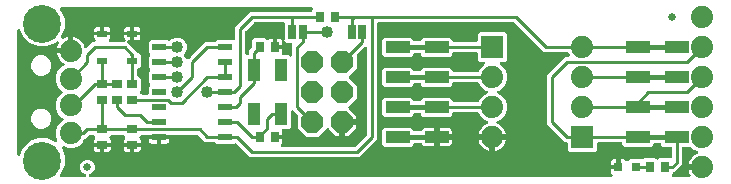
<source format=gbr>
G04 EAGLE Gerber RS-274X export*
G75*
%MOMM*%
%FSLAX34Y34*%
%LPD*%
%INTop Copper*%
%IPPOS*%
%AMOC8*
5,1,8,0,0,1.08239X$1,22.5*%
G01*
%ADD10R,0.900000X0.700000*%
%ADD11R,0.700000X0.900000*%
%ADD12R,0.830000X0.630000*%
%ADD13R,1.100000X1.900000*%
%ADD14P,2.034460X8X292.500000*%
%ADD15R,0.635000X1.270000*%
%ADD16R,1.879600X1.879600*%
%ADD17C,1.879600*%
%ADD18C,3.216000*%
%ADD19R,1.200000X0.600000*%
%ADD20C,0.406400*%
%ADD21R,2.000000X1.000000*%
%ADD22R,0.800000X0.800000*%
%ADD23C,0.635000*%
%ADD24C,0.254000*%
%ADD25C,1.016000*%

G36*
X61159Y4327D02*
X61159Y4327D01*
X61229Y4326D01*
X61316Y4347D01*
X61405Y4359D01*
X61470Y4384D01*
X61538Y4401D01*
X61618Y4443D01*
X61701Y4476D01*
X61757Y4517D01*
X61819Y4549D01*
X61886Y4610D01*
X61958Y4662D01*
X62003Y4716D01*
X62055Y4763D01*
X62104Y4838D01*
X62161Y4907D01*
X62191Y4971D01*
X62229Y5029D01*
X62259Y5114D01*
X62297Y5195D01*
X62310Y5264D01*
X62333Y5330D01*
X62340Y5419D01*
X62357Y5507D01*
X62352Y5577D01*
X62358Y5647D01*
X62342Y5735D01*
X62337Y5825D01*
X62315Y5891D01*
X62303Y5960D01*
X62266Y6042D01*
X62239Y6127D01*
X62201Y6186D01*
X62173Y6250D01*
X62117Y6320D01*
X62069Y6396D01*
X62018Y6444D01*
X61974Y6498D01*
X61902Y6553D01*
X61837Y6614D01*
X61776Y6648D01*
X61720Y6690D01*
X61576Y6761D01*
X59975Y7424D01*
X58224Y9175D01*
X57276Y11462D01*
X57276Y13938D01*
X58224Y16225D01*
X59975Y17976D01*
X62262Y18924D01*
X64738Y18924D01*
X67025Y17976D01*
X68776Y16225D01*
X69724Y13938D01*
X69724Y11462D01*
X68776Y9175D01*
X67025Y7424D01*
X65424Y6761D01*
X65364Y6726D01*
X65299Y6700D01*
X65226Y6648D01*
X65148Y6603D01*
X65098Y6555D01*
X65042Y6514D01*
X64984Y6444D01*
X64920Y6382D01*
X64883Y6322D01*
X64839Y6269D01*
X64800Y6187D01*
X64754Y6111D01*
X64733Y6044D01*
X64703Y5981D01*
X64686Y5893D01*
X64660Y5807D01*
X64657Y5737D01*
X64643Y5668D01*
X64649Y5579D01*
X64645Y5489D01*
X64659Y5421D01*
X64663Y5351D01*
X64691Y5266D01*
X64709Y5178D01*
X64740Y5115D01*
X64761Y5049D01*
X64809Y4973D01*
X64849Y4892D01*
X64894Y4839D01*
X64931Y4780D01*
X64997Y4718D01*
X65055Y4650D01*
X65112Y4610D01*
X65163Y4562D01*
X65242Y4519D01*
X65315Y4467D01*
X65380Y4442D01*
X65442Y4408D01*
X65528Y4386D01*
X65613Y4354D01*
X65682Y4346D01*
X65749Y4329D01*
X65910Y4319D01*
X506970Y4319D01*
X507115Y4337D01*
X507260Y4352D01*
X507273Y4357D01*
X507286Y4359D01*
X507421Y4412D01*
X507558Y4463D01*
X507569Y4471D01*
X507581Y4476D01*
X507699Y4561D01*
X507819Y4644D01*
X507828Y4655D01*
X507839Y4662D01*
X507932Y4775D01*
X508027Y4885D01*
X508033Y4897D01*
X508042Y4907D01*
X508104Y5039D01*
X508169Y5170D01*
X508172Y5183D01*
X508177Y5195D01*
X508204Y5338D01*
X508235Y5481D01*
X508234Y5494D01*
X508237Y5507D01*
X508228Y5653D01*
X508222Y5799D01*
X508218Y5812D01*
X508217Y5825D01*
X508172Y5963D01*
X508130Y6103D01*
X508123Y6115D01*
X508119Y6127D01*
X508041Y6250D01*
X507966Y6375D01*
X507956Y6385D01*
X507949Y6396D01*
X507843Y6496D01*
X507739Y6598D01*
X507724Y6608D01*
X507717Y6614D01*
X507702Y6622D01*
X507649Y6658D01*
X507167Y7140D01*
X506832Y7719D01*
X506659Y8366D01*
X506659Y10701D01*
X512470Y10701D01*
X512588Y10716D01*
X512707Y10723D01*
X512745Y10735D01*
X512785Y10741D01*
X512896Y10784D01*
X513009Y10821D01*
X513043Y10843D01*
X513081Y10858D01*
X513177Y10927D01*
X513278Y10991D01*
X513306Y11021D01*
X513338Y11044D01*
X513414Y11136D01*
X513496Y11223D01*
X513515Y11258D01*
X513541Y11289D01*
X513592Y11397D01*
X513649Y11501D01*
X513659Y11541D01*
X513677Y11577D01*
X513699Y11694D01*
X513729Y11809D01*
X513733Y11869D01*
X513736Y11889D01*
X513735Y11910D01*
X513739Y11970D01*
X513739Y12161D01*
X513930Y12161D01*
X514048Y12176D01*
X514167Y12183D01*
X514205Y12196D01*
X514246Y12201D01*
X514356Y12245D01*
X514469Y12281D01*
X514504Y12303D01*
X514541Y12318D01*
X514637Y12388D01*
X514738Y12451D01*
X514766Y12481D01*
X514799Y12505D01*
X514875Y12596D01*
X514956Y12683D01*
X514976Y12718D01*
X515001Y12750D01*
X515052Y12857D01*
X515110Y12962D01*
X515120Y13001D01*
X515137Y13037D01*
X515159Y13154D01*
X515189Y13270D01*
X515193Y13330D01*
X515197Y13350D01*
X515195Y13370D01*
X515199Y13430D01*
X515199Y19241D01*
X517534Y19241D01*
X518181Y19068D01*
X518760Y18733D01*
X519254Y18239D01*
X519293Y18188D01*
X519363Y18084D01*
X519389Y18062D01*
X519409Y18035D01*
X519508Y17957D01*
X519602Y17873D01*
X519632Y17858D01*
X519658Y17837D01*
X519773Y17786D01*
X519885Y17729D01*
X519918Y17721D01*
X519949Y17708D01*
X520073Y17687D01*
X520195Y17659D01*
X520229Y17660D01*
X520262Y17655D01*
X520388Y17665D01*
X520513Y17669D01*
X520546Y17678D01*
X520579Y17681D01*
X520698Y17722D01*
X520819Y17757D01*
X520848Y17774D01*
X520880Y17785D01*
X520984Y17855D01*
X521093Y17919D01*
X521129Y17951D01*
X521145Y17961D01*
X521159Y17977D01*
X521214Y18025D01*
X522937Y19749D01*
X533811Y19749D01*
X533910Y19761D01*
X534009Y19764D01*
X534067Y19781D01*
X534127Y19789D01*
X534219Y19825D01*
X534314Y19853D01*
X534366Y19883D01*
X534423Y19906D01*
X534503Y19964D01*
X534588Y20014D01*
X534663Y20080D01*
X534680Y20092D01*
X534688Y20102D01*
X534709Y20120D01*
X534837Y20249D01*
X544363Y20249D01*
X545202Y19409D01*
X545296Y19336D01*
X545386Y19257D01*
X545422Y19239D01*
X545454Y19214D01*
X545563Y19167D01*
X545669Y19113D01*
X545708Y19104D01*
X545746Y19088D01*
X545863Y19069D01*
X545979Y19043D01*
X546020Y19044D01*
X546060Y19038D01*
X546178Y19049D01*
X546297Y19053D01*
X546336Y19064D01*
X546376Y19068D01*
X546489Y19108D01*
X546603Y19141D01*
X546637Y19162D01*
X546676Y19175D01*
X546774Y19242D01*
X546877Y19303D01*
X546922Y19343D01*
X546939Y19354D01*
X546952Y19369D01*
X546997Y19409D01*
X547837Y20249D01*
X557012Y20249D01*
X557130Y20264D01*
X557249Y20271D01*
X557287Y20284D01*
X557328Y20289D01*
X557438Y20332D01*
X557551Y20369D01*
X557586Y20391D01*
X557623Y20406D01*
X557719Y20475D01*
X557820Y20539D01*
X557848Y20569D01*
X557881Y20592D01*
X557957Y20684D01*
X558038Y20771D01*
X558058Y20806D01*
X558083Y20837D01*
X558134Y20945D01*
X558192Y21049D01*
X558202Y21089D01*
X558219Y21125D01*
X558241Y21242D01*
X558271Y21357D01*
X558275Y21417D01*
X558279Y21437D01*
X558277Y21458D01*
X558281Y21518D01*
X558281Y28782D01*
X558266Y28900D01*
X558259Y29019D01*
X558246Y29057D01*
X558241Y29098D01*
X558198Y29208D01*
X558161Y29321D01*
X558139Y29356D01*
X558124Y29393D01*
X558055Y29489D01*
X557991Y29590D01*
X557961Y29618D01*
X557938Y29651D01*
X557846Y29727D01*
X557759Y29808D01*
X557724Y29828D01*
X557693Y29853D01*
X557585Y29904D01*
X557481Y29962D01*
X557441Y29972D01*
X557405Y29989D01*
X557288Y30011D01*
X557173Y30041D01*
X557113Y30045D01*
X557093Y30049D01*
X557072Y30047D01*
X557012Y30051D01*
X551337Y30051D01*
X549539Y31850D01*
X549536Y31868D01*
X549529Y31987D01*
X549516Y32025D01*
X549511Y32066D01*
X549468Y32176D01*
X549431Y32289D01*
X549409Y32324D01*
X549394Y32361D01*
X549325Y32457D01*
X549261Y32558D01*
X549231Y32586D01*
X549208Y32619D01*
X549116Y32695D01*
X549029Y32776D01*
X548994Y32796D01*
X548963Y32821D01*
X548855Y32872D01*
X548751Y32930D01*
X548711Y32940D01*
X548675Y32957D01*
X548558Y32979D01*
X548443Y33009D01*
X548383Y33013D01*
X548363Y33017D01*
X548342Y33015D01*
X548282Y33019D01*
X543918Y33019D01*
X543800Y33004D01*
X543681Y32997D01*
X543643Y32984D01*
X543602Y32979D01*
X543492Y32936D01*
X543379Y32899D01*
X543344Y32877D01*
X543307Y32862D01*
X543211Y32793D01*
X543110Y32729D01*
X543082Y32699D01*
X543049Y32676D01*
X542973Y32584D01*
X542892Y32497D01*
X542872Y32462D01*
X542847Y32431D01*
X542796Y32323D01*
X542738Y32219D01*
X542728Y32179D01*
X542711Y32143D01*
X542689Y32026D01*
X542659Y31911D01*
X542655Y31851D01*
X542653Y31842D01*
X540863Y30051D01*
X518337Y30051D01*
X516551Y31837D01*
X516551Y32512D01*
X516536Y32630D01*
X516529Y32749D01*
X516516Y32787D01*
X516511Y32828D01*
X516468Y32938D01*
X516431Y33051D01*
X516409Y33086D01*
X516394Y33123D01*
X516325Y33219D01*
X516261Y33320D01*
X516231Y33348D01*
X516208Y33381D01*
X516116Y33457D01*
X516029Y33538D01*
X515994Y33558D01*
X515963Y33583D01*
X515855Y33634D01*
X515751Y33692D01*
X515711Y33702D01*
X515675Y33719D01*
X515558Y33741D01*
X515443Y33771D01*
X515383Y33775D01*
X515363Y33779D01*
X515342Y33777D01*
X515282Y33781D01*
X496316Y33781D01*
X496198Y33766D01*
X496079Y33759D01*
X496041Y33746D01*
X496000Y33741D01*
X495890Y33698D01*
X495777Y33661D01*
X495742Y33639D01*
X495705Y33624D01*
X495609Y33555D01*
X495508Y33491D01*
X495480Y33461D01*
X495447Y33438D01*
X495371Y33346D01*
X495290Y33259D01*
X495270Y33224D01*
X495245Y33193D01*
X495194Y33085D01*
X495136Y32981D01*
X495126Y32941D01*
X495109Y32905D01*
X495087Y32788D01*
X495057Y32673D01*
X495053Y32613D01*
X495049Y32593D01*
X495051Y32572D01*
X495047Y32512D01*
X495047Y27439D01*
X493261Y25653D01*
X471939Y25653D01*
X470153Y27439D01*
X470153Y32512D01*
X470138Y32630D01*
X470131Y32749D01*
X470118Y32787D01*
X470113Y32828D01*
X470070Y32938D01*
X470033Y33051D01*
X470011Y33086D01*
X469996Y33123D01*
X469927Y33219D01*
X469863Y33320D01*
X469833Y33348D01*
X469810Y33381D01*
X469718Y33457D01*
X469631Y33538D01*
X469596Y33558D01*
X469565Y33583D01*
X469457Y33634D01*
X469353Y33692D01*
X469313Y33702D01*
X469277Y33719D01*
X469160Y33741D01*
X469045Y33771D01*
X468985Y33775D01*
X468965Y33779D01*
X468944Y33777D01*
X468884Y33781D01*
X468111Y33781D01*
X452881Y49011D01*
X452881Y90689D01*
X468111Y105919D01*
X470700Y105919D01*
X470749Y105925D01*
X470799Y105923D01*
X470906Y105945D01*
X471015Y105959D01*
X471062Y105977D01*
X471110Y105987D01*
X471209Y106035D01*
X471311Y106076D01*
X471351Y106105D01*
X471396Y106127D01*
X471480Y106198D01*
X471568Y106262D01*
X471600Y106301D01*
X471638Y106333D01*
X471701Y106423D01*
X471771Y106507D01*
X471792Y106552D01*
X471821Y106593D01*
X471860Y106696D01*
X471907Y106795D01*
X471916Y106844D01*
X471934Y106890D01*
X471946Y107000D01*
X471967Y107107D01*
X471963Y107157D01*
X471969Y107206D01*
X471954Y107315D01*
X471947Y107425D01*
X471931Y107472D01*
X471925Y107521D01*
X471872Y107674D01*
X471241Y109198D01*
X471227Y109223D01*
X471217Y109251D01*
X471148Y109361D01*
X471084Y109474D01*
X471063Y109495D01*
X471047Y109520D01*
X470952Y109609D01*
X470862Y109702D01*
X470837Y109718D01*
X470816Y109738D01*
X470702Y109801D01*
X470591Y109869D01*
X470563Y109877D01*
X470537Y109892D01*
X470411Y109924D01*
X470287Y109962D01*
X470258Y109964D01*
X470229Y109971D01*
X470069Y109981D01*
X450331Y109981D01*
X425303Y135010D01*
X425225Y135070D01*
X425152Y135138D01*
X425099Y135167D01*
X425052Y135204D01*
X424961Y135244D01*
X424874Y135292D01*
X424815Y135307D01*
X424760Y135331D01*
X424662Y135346D01*
X424566Y135371D01*
X424466Y135377D01*
X424446Y135381D01*
X424433Y135379D01*
X424405Y135381D01*
X310388Y135381D01*
X310270Y135366D01*
X310151Y135359D01*
X310113Y135346D01*
X310072Y135341D01*
X309962Y135298D01*
X309849Y135261D01*
X309814Y135239D01*
X309777Y135224D01*
X309681Y135155D01*
X309580Y135091D01*
X309552Y135061D01*
X309519Y135038D01*
X309443Y134946D01*
X309362Y134859D01*
X309342Y134824D01*
X309317Y134793D01*
X309266Y134685D01*
X309208Y134581D01*
X309198Y134541D01*
X309181Y134505D01*
X309159Y134388D01*
X309129Y134273D01*
X309125Y134213D01*
X309121Y134193D01*
X309123Y134172D01*
X309119Y134112D01*
X309119Y36311D01*
X293889Y21081D01*
X201411Y21081D01*
X198510Y23983D01*
X189949Y32543D01*
X189855Y32616D01*
X189766Y32695D01*
X189730Y32713D01*
X189698Y32738D01*
X189589Y32785D01*
X189483Y32839D01*
X189444Y32848D01*
X189406Y32864D01*
X189289Y32883D01*
X189173Y32909D01*
X189132Y32908D01*
X189092Y32914D01*
X188974Y32903D01*
X188855Y32899D01*
X188816Y32888D01*
X188776Y32884D01*
X188663Y32844D01*
X188549Y32811D01*
X188514Y32790D01*
X188476Y32777D01*
X188378Y32710D01*
X188275Y32649D01*
X188230Y32609D01*
X188213Y32598D01*
X188200Y32583D01*
X188154Y32543D01*
X187663Y32051D01*
X173137Y32051D01*
X171779Y33410D01*
X171701Y33470D01*
X171629Y33538D01*
X171576Y33567D01*
X171528Y33604D01*
X171437Y33644D01*
X171350Y33692D01*
X171292Y33707D01*
X171236Y33731D01*
X171138Y33746D01*
X171042Y33771D01*
X170942Y33777D01*
X170922Y33781D01*
X170909Y33779D01*
X170881Y33781D01*
X163311Y33781D01*
X157183Y39910D01*
X157105Y39970D01*
X157032Y40038D01*
X156979Y40067D01*
X156932Y40104D01*
X156841Y40144D01*
X156754Y40192D01*
X156695Y40207D01*
X156640Y40231D01*
X156542Y40246D01*
X156446Y40271D01*
X156346Y40277D01*
X156326Y40281D01*
X156313Y40279D01*
X156285Y40281D01*
X134210Y40281D01*
X134092Y40266D01*
X133973Y40259D01*
X133935Y40246D01*
X133894Y40241D01*
X133784Y40198D01*
X133671Y40161D01*
X133636Y40139D01*
X133599Y40124D01*
X133503Y40055D01*
X133402Y39991D01*
X133374Y39961D01*
X133341Y39938D01*
X133265Y39846D01*
X133184Y39759D01*
X133164Y39724D01*
X133139Y39693D01*
X133095Y39599D01*
X124630Y39599D01*
X124512Y39584D01*
X124393Y39577D01*
X124386Y39575D01*
X124330Y39589D01*
X124270Y39593D01*
X124250Y39597D01*
X124230Y39595D01*
X124170Y39599D01*
X115712Y39599D01*
X115702Y39623D01*
X115633Y39719D01*
X115569Y39820D01*
X115539Y39848D01*
X115516Y39881D01*
X115424Y39957D01*
X115337Y40038D01*
X115302Y40058D01*
X115271Y40083D01*
X115163Y40134D01*
X115059Y40192D01*
X115019Y40202D01*
X114983Y40219D01*
X114866Y40241D01*
X114751Y40271D01*
X114691Y40275D01*
X114671Y40279D01*
X114650Y40277D01*
X114590Y40281D01*
X110119Y40281D01*
X110020Y40269D01*
X109921Y40266D01*
X109863Y40249D01*
X109803Y40241D01*
X109711Y40205D01*
X109616Y40177D01*
X109564Y40147D01*
X109507Y40124D01*
X109427Y40066D01*
X109342Y40016D01*
X109267Y39950D01*
X109250Y39938D01*
X109242Y39928D01*
X109221Y39910D01*
X107950Y38638D01*
X107877Y38544D01*
X107798Y38455D01*
X107780Y38419D01*
X107755Y38387D01*
X107708Y38278D01*
X107653Y38172D01*
X107645Y38132D01*
X107629Y38095D01*
X107610Y37977D01*
X107584Y37861D01*
X107585Y37821D01*
X107579Y37781D01*
X107590Y37662D01*
X107593Y37544D01*
X107605Y37505D01*
X107609Y37464D01*
X107649Y37352D01*
X107682Y37238D01*
X107702Y37203D01*
X107716Y37165D01*
X107783Y37067D01*
X107843Y36964D01*
X107883Y36919D01*
X107895Y36902D01*
X107910Y36889D01*
X107950Y36843D01*
X108133Y36660D01*
X108468Y36081D01*
X108641Y35434D01*
X108641Y33349D01*
X102080Y33349D01*
X101962Y33334D01*
X101843Y33327D01*
X101805Y33314D01*
X101765Y33309D01*
X101654Y33266D01*
X101606Y33250D01*
X101588Y33260D01*
X101549Y33270D01*
X101513Y33287D01*
X101396Y33309D01*
X101280Y33339D01*
X101220Y33343D01*
X101200Y33347D01*
X101180Y33345D01*
X101120Y33349D01*
X94559Y33349D01*
X94559Y35434D01*
X94732Y36081D01*
X95067Y36660D01*
X95250Y36843D01*
X95323Y36937D01*
X95402Y37027D01*
X95420Y37063D01*
X95445Y37095D01*
X95492Y37204D01*
X95547Y37310D01*
X95555Y37349D01*
X95571Y37386D01*
X95590Y37504D01*
X95616Y37620D01*
X95615Y37661D01*
X95621Y37701D01*
X95610Y37819D01*
X95607Y37938D01*
X95595Y37977D01*
X95591Y38017D01*
X95551Y38129D01*
X95518Y38244D01*
X95498Y38278D01*
X95484Y38316D01*
X95417Y38415D01*
X95357Y38517D01*
X95317Y38563D01*
X95305Y38580D01*
X95290Y38593D01*
X95250Y38638D01*
X93979Y39910D01*
X93901Y39970D01*
X93829Y40038D01*
X93775Y40067D01*
X93728Y40104D01*
X93637Y40144D01*
X93550Y40192D01*
X93491Y40207D01*
X93436Y40231D01*
X93338Y40246D01*
X93242Y40271D01*
X93142Y40277D01*
X93122Y40281D01*
X93109Y40279D01*
X93081Y40281D01*
X84719Y40281D01*
X84620Y40269D01*
X84521Y40266D01*
X84463Y40249D01*
X84403Y40241D01*
X84311Y40205D01*
X84216Y40177D01*
X84164Y40147D01*
X84107Y40124D01*
X84027Y40066D01*
X83942Y40016D01*
X83866Y39950D01*
X83850Y39938D01*
X83842Y39928D01*
X83821Y39910D01*
X82550Y38638D01*
X82477Y38544D01*
X82398Y38455D01*
X82380Y38419D01*
X82355Y38387D01*
X82308Y38278D01*
X82253Y38172D01*
X82245Y38132D01*
X82229Y38095D01*
X82210Y37977D01*
X82184Y37861D01*
X82185Y37821D01*
X82179Y37781D01*
X82190Y37662D01*
X82193Y37544D01*
X82205Y37505D01*
X82209Y37464D01*
X82249Y37352D01*
X82282Y37238D01*
X82302Y37203D01*
X82316Y37165D01*
X82383Y37067D01*
X82443Y36964D01*
X82483Y36919D01*
X82495Y36902D01*
X82510Y36889D01*
X82550Y36843D01*
X82733Y36660D01*
X83068Y36081D01*
X83241Y35434D01*
X83241Y33349D01*
X76680Y33349D01*
X76562Y33334D01*
X76443Y33327D01*
X76405Y33314D01*
X76365Y33309D01*
X76254Y33266D01*
X76206Y33250D01*
X76188Y33260D01*
X76149Y33270D01*
X76113Y33287D01*
X75996Y33309D01*
X75880Y33339D01*
X75820Y33343D01*
X75800Y33347D01*
X75780Y33345D01*
X75720Y33349D01*
X69159Y33349D01*
X69159Y35434D01*
X69332Y36081D01*
X69667Y36660D01*
X69850Y36843D01*
X69923Y36937D01*
X70002Y37027D01*
X70020Y37063D01*
X70045Y37095D01*
X70092Y37204D01*
X70147Y37310D01*
X70155Y37349D01*
X70171Y37386D01*
X70190Y37504D01*
X70216Y37620D01*
X70215Y37661D01*
X70221Y37701D01*
X70210Y37819D01*
X70207Y37938D01*
X70195Y37977D01*
X70191Y38017D01*
X70151Y38129D01*
X70118Y38244D01*
X70098Y38278D01*
X70084Y38316D01*
X70017Y38415D01*
X69957Y38517D01*
X69917Y38563D01*
X69905Y38580D01*
X69890Y38593D01*
X69850Y38638D01*
X68579Y39910D01*
X68501Y39970D01*
X68429Y40038D01*
X68375Y40067D01*
X68328Y40104D01*
X68237Y40144D01*
X68150Y40192D01*
X68091Y40207D01*
X68036Y40231D01*
X67938Y40246D01*
X67842Y40271D01*
X67742Y40277D01*
X67722Y40281D01*
X67709Y40279D01*
X67681Y40281D01*
X65965Y40281D01*
X65866Y40269D01*
X65767Y40266D01*
X65709Y40249D01*
X65649Y40241D01*
X65557Y40205D01*
X65462Y40177D01*
X65410Y40147D01*
X65353Y40124D01*
X65273Y40066D01*
X65188Y40016D01*
X65113Y39950D01*
X65096Y39938D01*
X65088Y39928D01*
X65067Y39910D01*
X62039Y36881D01*
X61931Y36881D01*
X61902Y36878D01*
X61873Y36880D01*
X61745Y36858D01*
X61616Y36841D01*
X61589Y36831D01*
X61559Y36826D01*
X61441Y36772D01*
X61320Y36724D01*
X61296Y36707D01*
X61269Y36695D01*
X61168Y36614D01*
X61063Y36538D01*
X61044Y36515D01*
X61021Y36496D01*
X60943Y36393D01*
X60860Y36293D01*
X60847Y36266D01*
X60830Y36242D01*
X60759Y36098D01*
X59952Y34150D01*
X56450Y30648D01*
X51876Y28753D01*
X46924Y28753D01*
X43489Y30176D01*
X43355Y30213D01*
X43222Y30254D01*
X43202Y30255D01*
X43183Y30260D01*
X43043Y30262D01*
X42905Y30269D01*
X42885Y30265D01*
X42865Y30265D01*
X42729Y30232D01*
X42593Y30204D01*
X42575Y30196D01*
X42555Y30191D01*
X42433Y30126D01*
X42308Y30065D01*
X42292Y30052D01*
X42274Y30042D01*
X42172Y29949D01*
X42066Y29858D01*
X42054Y29842D01*
X42039Y29828D01*
X41963Y29712D01*
X41883Y29598D01*
X41875Y29579D01*
X41864Y29562D01*
X41819Y29431D01*
X41770Y29301D01*
X41768Y29281D01*
X41761Y29262D01*
X41750Y29123D01*
X41735Y28985D01*
X41737Y28965D01*
X41736Y28945D01*
X41760Y28807D01*
X41779Y28670D01*
X41788Y28643D01*
X41790Y28631D01*
X41799Y28613D01*
X41831Y28518D01*
X44529Y22005D01*
X44529Y14395D01*
X41617Y7364D01*
X40738Y6485D01*
X40653Y6376D01*
X40564Y6269D01*
X40555Y6250D01*
X40543Y6234D01*
X40487Y6107D01*
X40428Y5981D01*
X40424Y5961D01*
X40416Y5942D01*
X40394Y5804D01*
X40368Y5668D01*
X40370Y5648D01*
X40366Y5628D01*
X40380Y5489D01*
X40388Y5351D01*
X40394Y5332D01*
X40396Y5312D01*
X40443Y5180D01*
X40486Y5049D01*
X40497Y5031D01*
X40504Y5012D01*
X40582Y4897D01*
X40656Y4780D01*
X40671Y4766D01*
X40682Y4749D01*
X40786Y4657D01*
X40888Y4562D01*
X40906Y4552D01*
X40921Y4539D01*
X41045Y4476D01*
X41166Y4408D01*
X41186Y4403D01*
X41204Y4394D01*
X41340Y4364D01*
X41474Y4329D01*
X41502Y4327D01*
X41514Y4324D01*
X41535Y4325D01*
X41635Y4319D01*
X61090Y4319D01*
X61159Y4327D01*
G37*
G36*
X5735Y22419D02*
X5735Y22419D01*
X5825Y22425D01*
X5891Y22447D01*
X5960Y22458D01*
X6042Y22495D01*
X6127Y22523D01*
X6186Y22560D01*
X6250Y22589D01*
X6320Y22645D01*
X6396Y22693D01*
X6444Y22744D01*
X6498Y22788D01*
X6553Y22859D01*
X6614Y22925D01*
X6648Y22986D01*
X6690Y23042D01*
X6761Y23186D01*
X9183Y29036D01*
X14564Y34417D01*
X21595Y37329D01*
X29205Y37329D01*
X36425Y34338D01*
X36559Y34301D01*
X36692Y34261D01*
X36712Y34260D01*
X36732Y34254D01*
X36871Y34252D01*
X37009Y34245D01*
X37029Y34250D01*
X37049Y34249D01*
X37185Y34282D01*
X37321Y34310D01*
X37339Y34319D01*
X37359Y34323D01*
X37482Y34389D01*
X37607Y34449D01*
X37622Y34463D01*
X37640Y34472D01*
X37743Y34566D01*
X37849Y34656D01*
X37860Y34672D01*
X37875Y34686D01*
X37952Y34802D01*
X38032Y34916D01*
X38039Y34935D01*
X38050Y34952D01*
X38095Y35083D01*
X38144Y35213D01*
X38147Y35233D01*
X38153Y35253D01*
X38164Y35391D01*
X38180Y35529D01*
X38177Y35549D01*
X38178Y35570D01*
X38155Y35706D01*
X38135Y35844D01*
X38126Y35871D01*
X38124Y35883D01*
X38116Y35902D01*
X38083Y35997D01*
X36953Y38724D01*
X36953Y43676D01*
X38848Y48250D01*
X42350Y51752D01*
X42689Y51892D01*
X42809Y51961D01*
X42933Y52026D01*
X42947Y52040D01*
X42965Y52050D01*
X43065Y52147D01*
X43168Y52240D01*
X43179Y52257D01*
X43193Y52271D01*
X43266Y52389D01*
X43343Y52506D01*
X43349Y52525D01*
X43360Y52542D01*
X43401Y52675D01*
X43446Y52807D01*
X43447Y52827D01*
X43453Y52846D01*
X43460Y52986D01*
X43471Y53124D01*
X43468Y53144D01*
X43468Y53164D01*
X43440Y53301D01*
X43417Y53437D01*
X43408Y53456D01*
X43404Y53475D01*
X43343Y53601D01*
X43286Y53727D01*
X43273Y53743D01*
X43264Y53761D01*
X43174Y53867D01*
X43087Y53976D01*
X43071Y53988D01*
X43058Y54003D01*
X42944Y54083D01*
X42833Y54167D01*
X42808Y54179D01*
X42798Y54186D01*
X42779Y54193D01*
X42689Y54238D01*
X42349Y54378D01*
X38848Y57880D01*
X36953Y62454D01*
X36953Y67406D01*
X38848Y71980D01*
X42170Y75303D01*
X42243Y75397D01*
X42322Y75486D01*
X42340Y75522D01*
X42365Y75554D01*
X42412Y75663D01*
X42467Y75769D01*
X42475Y75808D01*
X42491Y75846D01*
X42510Y75963D01*
X42536Y76079D01*
X42535Y76120D01*
X42541Y76160D01*
X42530Y76278D01*
X42527Y76397D01*
X42515Y76436D01*
X42511Y76476D01*
X42471Y76589D01*
X42438Y76703D01*
X42418Y76738D01*
X42404Y76776D01*
X42337Y76874D01*
X42277Y76977D01*
X42237Y77022D01*
X42225Y77039D01*
X42210Y77052D01*
X42170Y77098D01*
X38848Y80420D01*
X36953Y84994D01*
X36953Y89946D01*
X38848Y94520D01*
X42350Y98022D01*
X43456Y98480D01*
X43534Y98524D01*
X43616Y98560D01*
X43671Y98603D01*
X43732Y98638D01*
X43796Y98700D01*
X43867Y98755D01*
X43910Y98810D01*
X43960Y98859D01*
X44007Y98935D01*
X44062Y99006D01*
X44090Y99070D01*
X44127Y99130D01*
X44153Y99215D01*
X44189Y99298D01*
X44200Y99367D01*
X44220Y99434D01*
X44224Y99523D01*
X44239Y99612D01*
X44232Y99681D01*
X44235Y99752D01*
X44217Y99839D01*
X44209Y99928D01*
X44185Y99994D01*
X44171Y100063D01*
X44132Y100143D01*
X44101Y100228D01*
X44062Y100286D01*
X44031Y100349D01*
X43973Y100417D01*
X43923Y100491D01*
X43870Y100537D01*
X43825Y100591D01*
X43752Y100642D01*
X43685Y100702D01*
X43577Y100765D01*
X43565Y100774D01*
X43558Y100776D01*
X43546Y100784D01*
X43143Y100989D01*
X41622Y102094D01*
X40294Y103422D01*
X39189Y104943D01*
X38336Y106617D01*
X37755Y108404D01*
X37674Y108915D01*
X48384Y108915D01*
X48502Y108930D01*
X48621Y108937D01*
X48659Y108949D01*
X48699Y108955D01*
X48810Y108998D01*
X48923Y109035D01*
X48957Y109057D01*
X48995Y109072D01*
X49091Y109141D01*
X49192Y109205D01*
X49220Y109235D01*
X49252Y109258D01*
X49328Y109350D01*
X49410Y109437D01*
X49429Y109472D01*
X49455Y109503D01*
X49506Y109611D01*
X49563Y109715D01*
X49573Y109755D01*
X49591Y109791D01*
X49613Y109908D01*
X49643Y110023D01*
X49647Y110083D01*
X49650Y110103D01*
X49649Y110124D01*
X49653Y110184D01*
X49653Y110947D01*
X50416Y110947D01*
X50534Y110962D01*
X50653Y110969D01*
X50691Y110982D01*
X50732Y110987D01*
X50842Y111031D01*
X50955Y111067D01*
X50990Y111089D01*
X51027Y111104D01*
X51123Y111174D01*
X51224Y111237D01*
X51252Y111267D01*
X51285Y111291D01*
X51361Y111382D01*
X51442Y111469D01*
X51462Y111504D01*
X51487Y111536D01*
X51538Y111643D01*
X51596Y111748D01*
X51606Y111787D01*
X51623Y111823D01*
X51645Y111940D01*
X51675Y112056D01*
X51679Y112116D01*
X51683Y112136D01*
X51681Y112156D01*
X51685Y112216D01*
X51685Y122926D01*
X52196Y122845D01*
X53983Y122264D01*
X55657Y121411D01*
X57178Y120306D01*
X58506Y118978D01*
X59611Y117457D01*
X60464Y115783D01*
X60992Y114159D01*
X61034Y114069D01*
X61068Y113976D01*
X61101Y113926D01*
X61127Y113871D01*
X61190Y113795D01*
X61246Y113713D01*
X61291Y113673D01*
X61330Y113626D01*
X61410Y113568D01*
X61485Y113502D01*
X61538Y113475D01*
X61587Y113439D01*
X61680Y113403D01*
X61768Y113358D01*
X61826Y113344D01*
X61883Y113322D01*
X61981Y113310D01*
X62078Y113288D01*
X62138Y113290D01*
X62198Y113282D01*
X62297Y113294D01*
X62396Y113298D01*
X62454Y113314D01*
X62514Y113322D01*
X62606Y113358D01*
X62701Y113386D01*
X62753Y113416D01*
X62809Y113439D01*
X62890Y113497D01*
X62975Y113547D01*
X63050Y113613D01*
X63067Y113625D01*
X63075Y113635D01*
X63096Y113654D01*
X65160Y115717D01*
X68061Y118619D01*
X69424Y118619D01*
X69562Y118636D01*
X69700Y118649D01*
X69719Y118656D01*
X69739Y118659D01*
X69869Y118710D01*
X70000Y118757D01*
X70016Y118768D01*
X70035Y118776D01*
X70147Y118857D01*
X70263Y118935D01*
X70276Y118951D01*
X70292Y118962D01*
X70381Y119069D01*
X70473Y119174D01*
X70482Y119192D01*
X70495Y119207D01*
X70554Y119333D01*
X70618Y119457D01*
X70622Y119477D01*
X70631Y119495D01*
X70657Y119631D01*
X70687Y119767D01*
X70687Y119788D01*
X70691Y119807D01*
X70682Y119946D01*
X70678Y120085D01*
X70672Y120105D01*
X70671Y120125D01*
X70628Y120257D01*
X70589Y120391D01*
X70579Y120408D01*
X70573Y120427D01*
X70499Y120545D01*
X70428Y120665D01*
X70409Y120686D01*
X70403Y120696D01*
X70388Y120710D01*
X70321Y120786D01*
X70017Y121090D01*
X69682Y121669D01*
X69509Y122316D01*
X69509Y124226D01*
X75895Y124226D01*
X76013Y124241D01*
X76132Y124248D01*
X76170Y124260D01*
X76210Y124266D01*
X76217Y124268D01*
X76229Y124266D01*
X76345Y124236D01*
X76405Y124232D01*
X76425Y124228D01*
X76445Y124230D01*
X76505Y124226D01*
X82891Y124226D01*
X82891Y122316D01*
X82718Y121669D01*
X82383Y121090D01*
X82079Y120786D01*
X81993Y120676D01*
X81905Y120569D01*
X81896Y120550D01*
X81884Y120534D01*
X81828Y120407D01*
X81769Y120281D01*
X81765Y120261D01*
X81757Y120242D01*
X81735Y120105D01*
X81709Y119968D01*
X81711Y119948D01*
X81707Y119928D01*
X81721Y119789D01*
X81729Y119651D01*
X81735Y119632D01*
X81737Y119612D01*
X81784Y119480D01*
X81827Y119349D01*
X81838Y119332D01*
X81845Y119312D01*
X81923Y119197D01*
X81997Y119080D01*
X82012Y119066D01*
X82023Y119049D01*
X82128Y118957D01*
X82229Y118862D01*
X82247Y118852D01*
X82262Y118839D01*
X82386Y118775D01*
X82507Y118708D01*
X82527Y118703D01*
X82545Y118694D01*
X82681Y118664D01*
X82815Y118629D01*
X82843Y118627D01*
X82855Y118624D01*
X82876Y118625D01*
X82976Y118619D01*
X94824Y118619D01*
X94962Y118636D01*
X95100Y118649D01*
X95119Y118656D01*
X95139Y118659D01*
X95269Y118710D01*
X95400Y118757D01*
X95416Y118768D01*
X95435Y118776D01*
X95547Y118857D01*
X95663Y118935D01*
X95676Y118951D01*
X95692Y118962D01*
X95781Y119069D01*
X95873Y119174D01*
X95882Y119192D01*
X95895Y119207D01*
X95954Y119333D01*
X96018Y119457D01*
X96022Y119477D01*
X96031Y119495D01*
X96057Y119631D01*
X96087Y119767D01*
X96087Y119788D01*
X96091Y119807D01*
X96082Y119946D01*
X96078Y120085D01*
X96072Y120105D01*
X96071Y120125D01*
X96028Y120257D01*
X95989Y120391D01*
X95979Y120408D01*
X95973Y120427D01*
X95899Y120545D01*
X95828Y120665D01*
X95809Y120686D01*
X95803Y120696D01*
X95788Y120710D01*
X95721Y120786D01*
X95417Y121090D01*
X95082Y121669D01*
X94909Y122316D01*
X94909Y124226D01*
X100026Y124226D01*
X100026Y120109D01*
X98613Y120109D01*
X98475Y120092D01*
X98336Y120079D01*
X98317Y120072D01*
X98297Y120069D01*
X98168Y120018D01*
X98037Y119971D01*
X98020Y119960D01*
X98001Y119952D01*
X97889Y119871D01*
X97774Y119793D01*
X97760Y119777D01*
X97744Y119766D01*
X97655Y119658D01*
X97563Y119554D01*
X97554Y119536D01*
X97541Y119521D01*
X97482Y119395D01*
X97419Y119271D01*
X97414Y119251D01*
X97406Y119233D01*
X97380Y119097D01*
X97349Y118961D01*
X97350Y118940D01*
X97346Y118921D01*
X97355Y118782D01*
X97359Y118643D01*
X97364Y118623D01*
X97366Y118603D01*
X97408Y118471D01*
X97447Y118337D01*
X97457Y118320D01*
X97464Y118301D01*
X97538Y118183D01*
X97609Y118063D01*
X97627Y118042D01*
X97634Y118032D01*
X97649Y118018D01*
X97715Y117943D01*
X106287Y109370D01*
X106365Y109310D01*
X106438Y109242D01*
X106491Y109213D01*
X106538Y109176D01*
X106629Y109136D01*
X106716Y109088D01*
X106775Y109073D01*
X106830Y109049D01*
X106928Y109034D01*
X106995Y109016D01*
X108799Y107213D01*
X108799Y98387D01*
X106993Y96582D01*
X106951Y96579D01*
X106913Y96566D01*
X106872Y96561D01*
X106762Y96518D01*
X106649Y96481D01*
X106614Y96459D01*
X106577Y96444D01*
X106481Y96375D01*
X106380Y96311D01*
X106352Y96281D01*
X106319Y96258D01*
X106243Y96166D01*
X106162Y96079D01*
X106142Y96044D01*
X106117Y96013D01*
X106066Y95905D01*
X106008Y95801D01*
X105998Y95761D01*
X105981Y95725D01*
X105959Y95608D01*
X105929Y95493D01*
X105925Y95433D01*
X105921Y95413D01*
X105923Y95392D01*
X105919Y95332D01*
X105919Y90518D01*
X105934Y90400D01*
X105941Y90281D01*
X105954Y90243D01*
X105959Y90202D01*
X106002Y90092D01*
X106039Y89979D01*
X106061Y89944D01*
X106076Y89907D01*
X106145Y89811D01*
X106209Y89710D01*
X106239Y89682D01*
X106262Y89649D01*
X106354Y89573D01*
X106441Y89492D01*
X106476Y89472D01*
X106507Y89447D01*
X106615Y89396D01*
X106719Y89338D01*
X106759Y89328D01*
X106795Y89311D01*
X106912Y89289D01*
X107027Y89259D01*
X107087Y89255D01*
X107107Y89251D01*
X107128Y89253D01*
X107188Y89249D01*
X107363Y89249D01*
X109149Y87463D01*
X109149Y77937D01*
X108309Y77098D01*
X108236Y77004D01*
X108157Y76914D01*
X108139Y76878D01*
X108114Y76846D01*
X108067Y76737D01*
X108013Y76631D01*
X108004Y76592D01*
X107988Y76554D01*
X107969Y76437D01*
X107943Y76321D01*
X107944Y76280D01*
X107938Y76240D01*
X107949Y76122D01*
X107953Y76003D01*
X107964Y75964D01*
X107968Y75924D01*
X108008Y75812D01*
X108041Y75697D01*
X108062Y75662D01*
X108075Y75624D01*
X108142Y75526D01*
X108203Y75423D01*
X108242Y75378D01*
X108254Y75361D01*
X108269Y75348D01*
X108309Y75303D01*
X109221Y74391D01*
X109299Y74330D01*
X109371Y74262D01*
X109424Y74233D01*
X109472Y74196D01*
X109563Y74156D01*
X109650Y74108D01*
X109709Y74093D01*
X109764Y74069D01*
X109862Y74054D01*
X109958Y74029D01*
X110058Y74023D01*
X110078Y74019D01*
X110091Y74021D01*
X110119Y74019D01*
X114082Y74019D01*
X114200Y74034D01*
X114319Y74041D01*
X114357Y74054D01*
X114398Y74059D01*
X114508Y74102D01*
X114621Y74139D01*
X114656Y74161D01*
X114693Y74176D01*
X114789Y74245D01*
X114890Y74309D01*
X114918Y74339D01*
X114951Y74362D01*
X115027Y74454D01*
X115108Y74541D01*
X115128Y74576D01*
X115153Y74607D01*
X115204Y74715D01*
X115262Y74819D01*
X115272Y74859D01*
X115289Y74895D01*
X115311Y75012D01*
X115341Y75127D01*
X115345Y75187D01*
X115349Y75207D01*
X115347Y75228D01*
X115351Y75288D01*
X115351Y80463D01*
X116541Y81653D01*
X116614Y81747D01*
X116693Y81836D01*
X116711Y81872D01*
X116736Y81904D01*
X116783Y82013D01*
X116837Y82119D01*
X116846Y82158D01*
X116862Y82196D01*
X116881Y82313D01*
X116907Y82429D01*
X116906Y82470D01*
X116912Y82510D01*
X116901Y82628D01*
X116897Y82747D01*
X116886Y82786D01*
X116882Y82826D01*
X116842Y82938D01*
X116809Y83053D01*
X116788Y83088D01*
X116775Y83126D01*
X116708Y83224D01*
X116647Y83327D01*
X116608Y83372D01*
X116596Y83389D01*
X116581Y83402D01*
X116541Y83448D01*
X115351Y84637D01*
X115351Y93163D01*
X116541Y94353D01*
X116614Y94447D01*
X116693Y94536D01*
X116711Y94572D01*
X116736Y94604D01*
X116783Y94713D01*
X116837Y94819D01*
X116846Y94858D01*
X116862Y94896D01*
X116881Y95013D01*
X116907Y95129D01*
X116906Y95170D01*
X116912Y95210D01*
X116901Y95328D01*
X116897Y95447D01*
X116886Y95486D01*
X116882Y95526D01*
X116842Y95638D01*
X116809Y95753D01*
X116788Y95788D01*
X116775Y95826D01*
X116708Y95924D01*
X116647Y96027D01*
X116608Y96072D01*
X116596Y96089D01*
X116581Y96102D01*
X116541Y96148D01*
X115351Y97337D01*
X115351Y105863D01*
X116541Y107053D01*
X116614Y107147D01*
X116693Y107236D01*
X116711Y107272D01*
X116736Y107304D01*
X116783Y107413D01*
X116837Y107519D01*
X116846Y107558D01*
X116862Y107596D01*
X116881Y107713D01*
X116907Y107829D01*
X116906Y107870D01*
X116912Y107910D01*
X116901Y108028D01*
X116897Y108147D01*
X116886Y108186D01*
X116882Y108226D01*
X116842Y108338D01*
X116809Y108453D01*
X116788Y108488D01*
X116775Y108526D01*
X116708Y108624D01*
X116647Y108727D01*
X116608Y108772D01*
X116596Y108789D01*
X116581Y108802D01*
X116541Y108848D01*
X115351Y110037D01*
X115351Y118563D01*
X117137Y120349D01*
X131663Y120349D01*
X132060Y119951D01*
X132154Y119878D01*
X132244Y119799D01*
X132280Y119781D01*
X132312Y119756D01*
X132421Y119709D01*
X132527Y119655D01*
X132566Y119646D01*
X132603Y119630D01*
X132721Y119611D01*
X132837Y119585D01*
X132878Y119586D01*
X132918Y119580D01*
X133036Y119591D01*
X133155Y119595D01*
X133194Y119606D01*
X133234Y119610D01*
X133346Y119650D01*
X133461Y119683D01*
X133496Y119704D01*
X133533Y119717D01*
X133632Y119784D01*
X133735Y119845D01*
X133780Y119885D01*
X133797Y119896D01*
X133810Y119911D01*
X133855Y119951D01*
X135095Y121191D01*
X138083Y122429D01*
X141317Y122429D01*
X144305Y121191D01*
X146591Y118905D01*
X147829Y115917D01*
X147829Y112683D01*
X146591Y109695D01*
X145743Y108848D01*
X145670Y108754D01*
X145592Y108664D01*
X145573Y108628D01*
X145548Y108596D01*
X145501Y108487D01*
X145447Y108381D01*
X145438Y108342D01*
X145422Y108304D01*
X145403Y108187D01*
X145377Y108071D01*
X145378Y108030D01*
X145372Y107990D01*
X145383Y107872D01*
X145387Y107753D01*
X145398Y107714D01*
X145402Y107674D01*
X145442Y107561D01*
X145475Y107447D01*
X145496Y107413D01*
X145510Y107374D01*
X145576Y107276D01*
X145637Y107173D01*
X145677Y107128D01*
X145688Y107111D01*
X145703Y107098D01*
X145743Y107053D01*
X146591Y106205D01*
X147125Y104915D01*
X147150Y104872D01*
X147167Y104825D01*
X147229Y104734D01*
X147283Y104639D01*
X147318Y104603D01*
X147345Y104562D01*
X147428Y104489D01*
X147504Y104410D01*
X147547Y104384D01*
X147584Y104351D01*
X147682Y104301D01*
X147775Y104244D01*
X147823Y104229D01*
X147867Y104207D01*
X147974Y104183D01*
X148079Y104150D01*
X148129Y104148D01*
X148177Y104137D01*
X148287Y104140D01*
X148397Y104135D01*
X148445Y104145D01*
X148495Y104147D01*
X148601Y104177D01*
X148708Y104200D01*
X148753Y104221D01*
X148801Y104235D01*
X148895Y104291D01*
X148994Y104339D01*
X149032Y104372D01*
X149075Y104397D01*
X149196Y104503D01*
X150983Y106290D01*
X163311Y118619D01*
X170881Y118619D01*
X170980Y118631D01*
X171079Y118634D01*
X171137Y118651D01*
X171197Y118659D01*
X171289Y118695D01*
X171384Y118723D01*
X171436Y118753D01*
X171493Y118776D01*
X171573Y118834D01*
X171658Y118884D01*
X171733Y118950D01*
X171750Y118962D01*
X171758Y118972D01*
X171779Y118990D01*
X173137Y120349D01*
X187452Y120349D01*
X187570Y120364D01*
X187689Y120371D01*
X187727Y120384D01*
X187768Y120389D01*
X187878Y120432D01*
X187991Y120469D01*
X188026Y120491D01*
X188063Y120506D01*
X188159Y120575D01*
X188260Y120639D01*
X188288Y120669D01*
X188321Y120692D01*
X188397Y120784D01*
X188478Y120871D01*
X188498Y120906D01*
X188523Y120937D01*
X188574Y121045D01*
X188632Y121149D01*
X188642Y121189D01*
X188659Y121225D01*
X188681Y121342D01*
X188711Y121457D01*
X188715Y121517D01*
X188719Y121537D01*
X188717Y121558D01*
X188721Y121618D01*
X188721Y131329D01*
X201411Y144019D01*
X252382Y144019D01*
X252500Y144034D01*
X252619Y144041D01*
X252657Y144054D01*
X252698Y144059D01*
X252808Y144102D01*
X252921Y144139D01*
X252956Y144161D01*
X252993Y144176D01*
X253089Y144245D01*
X253190Y144309D01*
X253218Y144339D01*
X253251Y144362D01*
X253327Y144454D01*
X253408Y144541D01*
X253428Y144576D01*
X253453Y144607D01*
X253504Y144715D01*
X253562Y144819D01*
X253572Y144859D01*
X253589Y144895D01*
X253611Y145012D01*
X253641Y145127D01*
X253645Y145187D01*
X253649Y145207D01*
X253647Y145228D01*
X253651Y145288D01*
X253651Y145463D01*
X254103Y145915D01*
X254188Y146024D01*
X254277Y146131D01*
X254285Y146150D01*
X254298Y146166D01*
X254353Y146294D01*
X254412Y146419D01*
X254416Y146439D01*
X254424Y146458D01*
X254446Y146596D01*
X254472Y146732D01*
X254471Y146752D01*
X254474Y146772D01*
X254461Y146911D01*
X254452Y147049D01*
X254446Y147068D01*
X254444Y147088D01*
X254397Y147219D01*
X254354Y147351D01*
X254344Y147369D01*
X254337Y147388D01*
X254259Y147502D01*
X254184Y147620D01*
X254169Y147634D01*
X254158Y147651D01*
X254054Y147743D01*
X253953Y147838D01*
X253935Y147848D01*
X253920Y147861D01*
X253796Y147924D01*
X253674Y147992D01*
X253655Y147997D01*
X253636Y148006D01*
X253501Y148036D01*
X253366Y148071D01*
X253338Y148073D01*
X253326Y148076D01*
X253306Y148075D01*
X253205Y148081D01*
X41635Y148081D01*
X41497Y148064D01*
X41359Y148051D01*
X41340Y148044D01*
X41320Y148041D01*
X41190Y147990D01*
X41059Y147943D01*
X41043Y147932D01*
X41024Y147924D01*
X40912Y147843D01*
X40796Y147765D01*
X40783Y147749D01*
X40767Y147738D01*
X40678Y147630D01*
X40586Y147526D01*
X40577Y147508D01*
X40564Y147493D01*
X40504Y147367D01*
X40441Y147243D01*
X40437Y147223D01*
X40428Y147205D01*
X40402Y147068D01*
X40372Y146933D01*
X40372Y146912D01*
X40368Y146893D01*
X40377Y146754D01*
X40381Y146615D01*
X40387Y146595D01*
X40388Y146575D01*
X40431Y146443D01*
X40470Y146309D01*
X40480Y146292D01*
X40486Y146273D01*
X40560Y146155D01*
X40631Y146035D01*
X40650Y146014D01*
X40656Y146004D01*
X40671Y145990D01*
X40738Y145915D01*
X41617Y145036D01*
X44529Y138005D01*
X44529Y130395D01*
X41597Y123318D01*
X41563Y123279D01*
X41544Y123243D01*
X41520Y123212D01*
X41472Y123102D01*
X41418Y122995D01*
X41409Y122956D01*
X41393Y122920D01*
X41375Y122802D01*
X41349Y122685D01*
X41350Y122645D01*
X41344Y122606D01*
X41355Y122487D01*
X41358Y122367D01*
X41370Y122329D01*
X41373Y122289D01*
X41414Y122177D01*
X41447Y122062D01*
X41467Y122027D01*
X41481Y121990D01*
X41548Y121891D01*
X41609Y121788D01*
X41637Y121760D01*
X41659Y121727D01*
X41749Y121647D01*
X41833Y121563D01*
X41868Y121542D01*
X41898Y121516D01*
X42004Y121462D01*
X42107Y121401D01*
X42145Y121390D01*
X42181Y121371D01*
X42298Y121345D01*
X42412Y121312D01*
X42452Y121310D01*
X42491Y121302D01*
X42611Y121305D01*
X42730Y121301D01*
X42769Y121310D01*
X42809Y121311D01*
X42924Y121344D01*
X43041Y121370D01*
X43095Y121394D01*
X43115Y121400D01*
X43132Y121410D01*
X43188Y121434D01*
X44817Y122264D01*
X46604Y122845D01*
X47115Y122926D01*
X47115Y113485D01*
X37674Y113485D01*
X37755Y113996D01*
X38336Y115783D01*
X39166Y117412D01*
X39206Y117524D01*
X39254Y117633D01*
X39260Y117673D01*
X39274Y117711D01*
X39285Y117830D01*
X39304Y117948D01*
X39300Y117988D01*
X39304Y118027D01*
X39285Y118145D01*
X39274Y118264D01*
X39260Y118302D01*
X39254Y118342D01*
X39206Y118451D01*
X39166Y118563D01*
X39144Y118597D01*
X39128Y118633D01*
X39055Y118728D01*
X38987Y118827D01*
X38957Y118853D01*
X38933Y118885D01*
X38839Y118958D01*
X38749Y119037D01*
X38713Y119055D01*
X38682Y119080D01*
X38572Y119128D01*
X38466Y119182D01*
X38427Y119190D01*
X38390Y119206D01*
X38272Y119225D01*
X38156Y119251D01*
X38115Y119250D01*
X38076Y119256D01*
X37957Y119245D01*
X37838Y119242D01*
X37799Y119230D01*
X37759Y119227D01*
X37647Y119186D01*
X37532Y119153D01*
X37498Y119133D01*
X37460Y119119D01*
X37361Y119052D01*
X37258Y118992D01*
X37213Y118952D01*
X37197Y118941D01*
X37183Y118925D01*
X37137Y118885D01*
X36236Y117983D01*
X29205Y115071D01*
X21595Y115071D01*
X14564Y117983D01*
X9183Y123364D01*
X6761Y129214D01*
X6751Y129231D01*
X6746Y129245D01*
X6724Y129281D01*
X6700Y129339D01*
X6648Y129412D01*
X6603Y129490D01*
X6555Y129540D01*
X6514Y129597D01*
X6444Y129654D01*
X6382Y129718D01*
X6322Y129755D01*
X6269Y129799D01*
X6187Y129838D01*
X6111Y129885D01*
X6044Y129905D01*
X5981Y129935D01*
X5893Y129952D01*
X5807Y129978D01*
X5737Y129982D01*
X5668Y129995D01*
X5579Y129989D01*
X5489Y129993D01*
X5421Y129979D01*
X5351Y129975D01*
X5266Y129947D01*
X5178Y129929D01*
X5115Y129898D01*
X5049Y129877D01*
X4973Y129829D01*
X4892Y129789D01*
X4839Y129744D01*
X4780Y129707D01*
X4718Y129641D01*
X4650Y129583D01*
X4610Y129526D01*
X4562Y129475D01*
X4519Y129397D01*
X4467Y129323D01*
X4442Y129258D01*
X4408Y129197D01*
X4386Y129110D01*
X4384Y129103D01*
X4381Y129098D01*
X4381Y129095D01*
X4354Y129026D01*
X4346Y128956D01*
X4329Y128889D01*
X4323Y128794D01*
X4321Y128786D01*
X4322Y128777D01*
X4319Y128728D01*
X4319Y23672D01*
X4327Y23603D01*
X4326Y23533D01*
X4347Y23446D01*
X4359Y23356D01*
X4384Y23292D01*
X4401Y23224D01*
X4443Y23144D01*
X4476Y23061D01*
X4517Y23004D01*
X4549Y22943D01*
X4610Y22876D01*
X4662Y22803D01*
X4716Y22759D01*
X4763Y22707D01*
X4838Y22658D01*
X4907Y22601D01*
X4971Y22571D01*
X5029Y22533D01*
X5114Y22503D01*
X5195Y22465D01*
X5264Y22452D01*
X5330Y22429D01*
X5419Y22422D01*
X5507Y22405D01*
X5577Y22410D01*
X5647Y22404D01*
X5735Y22419D01*
G37*
%LPC*%
G36*
X406399Y38099D02*
X406399Y38099D01*
X406399Y39370D01*
X406384Y39488D01*
X406377Y39607D01*
X406364Y39645D01*
X406359Y39685D01*
X406315Y39796D01*
X406279Y39909D01*
X406257Y39944D01*
X406242Y39981D01*
X406173Y40077D01*
X406109Y40178D01*
X406079Y40206D01*
X406055Y40239D01*
X405964Y40314D01*
X405877Y40396D01*
X405842Y40416D01*
X405810Y40441D01*
X405703Y40492D01*
X405598Y40550D01*
X405559Y40560D01*
X405523Y40577D01*
X405406Y40599D01*
X405291Y40629D01*
X405230Y40633D01*
X405210Y40637D01*
X405190Y40635D01*
X405130Y40639D01*
X394715Y40639D01*
X394755Y40896D01*
X395336Y42683D01*
X396189Y44357D01*
X397294Y45878D01*
X398622Y47206D01*
X400143Y48311D01*
X401817Y49164D01*
X402282Y49315D01*
X402309Y49328D01*
X402338Y49335D01*
X402453Y49395D01*
X402570Y49450D01*
X402593Y49469D01*
X402619Y49483D01*
X402715Y49571D01*
X402815Y49653D01*
X402832Y49677D01*
X402854Y49697D01*
X402926Y49806D01*
X403002Y49910D01*
X403013Y49938D01*
X403029Y49963D01*
X403071Y50086D01*
X403119Y50206D01*
X403123Y50236D01*
X403132Y50264D01*
X403143Y50393D01*
X403159Y50521D01*
X403155Y50551D01*
X403158Y50581D01*
X403135Y50709D01*
X403119Y50837D01*
X403108Y50865D01*
X403103Y50894D01*
X403050Y51012D01*
X403002Y51133D01*
X402985Y51157D01*
X402973Y51184D01*
X402892Y51285D01*
X402816Y51390D01*
X402793Y51409D01*
X402774Y51433D01*
X402671Y51510D01*
X402571Y51593D01*
X402544Y51606D01*
X402520Y51624D01*
X402375Y51695D01*
X399350Y52948D01*
X395848Y56450D01*
X395041Y58398D01*
X395027Y58423D01*
X395017Y58451D01*
X394948Y58561D01*
X394884Y58674D01*
X394863Y58695D01*
X394847Y58720D01*
X394753Y58809D01*
X394662Y58902D01*
X394637Y58918D01*
X394616Y58938D01*
X394502Y59001D01*
X394391Y59069D01*
X394363Y59077D01*
X394337Y59092D01*
X394211Y59124D01*
X394087Y59162D01*
X394058Y59164D01*
X394029Y59171D01*
X393869Y59181D01*
X373718Y59181D01*
X373600Y59166D01*
X373481Y59159D01*
X373443Y59146D01*
X373402Y59141D01*
X373292Y59098D01*
X373179Y59061D01*
X373144Y59039D01*
X373107Y59024D01*
X373011Y58955D01*
X372910Y58891D01*
X372882Y58861D01*
X372849Y58838D01*
X372773Y58746D01*
X372692Y58659D01*
X372672Y58624D01*
X372647Y58593D01*
X372596Y58485D01*
X372538Y58381D01*
X372528Y58341D01*
X372511Y58305D01*
X372489Y58188D01*
X372459Y58073D01*
X372455Y58013D01*
X372451Y57993D01*
X372453Y57972D01*
X372449Y57912D01*
X372449Y57237D01*
X370663Y55451D01*
X348137Y55451D01*
X346339Y57250D01*
X346336Y57268D01*
X346329Y57387D01*
X346316Y57425D01*
X346311Y57466D01*
X346268Y57576D01*
X346231Y57689D01*
X346209Y57724D01*
X346194Y57761D01*
X346125Y57857D01*
X346061Y57958D01*
X346031Y57986D01*
X346008Y58019D01*
X345916Y58095D01*
X345829Y58176D01*
X345794Y58196D01*
X345763Y58221D01*
X345655Y58272D01*
X345551Y58330D01*
X345511Y58340D01*
X345475Y58357D01*
X345358Y58379D01*
X345243Y58409D01*
X345183Y58413D01*
X345163Y58417D01*
X345142Y58415D01*
X345082Y58419D01*
X340718Y58419D01*
X340600Y58404D01*
X340481Y58397D01*
X340443Y58384D01*
X340402Y58379D01*
X340292Y58336D01*
X340179Y58299D01*
X340144Y58277D01*
X340107Y58262D01*
X340011Y58193D01*
X339910Y58129D01*
X339882Y58099D01*
X339849Y58076D01*
X339773Y57984D01*
X339692Y57897D01*
X339672Y57862D01*
X339647Y57831D01*
X339596Y57723D01*
X339538Y57619D01*
X339528Y57579D01*
X339511Y57543D01*
X339489Y57426D01*
X339459Y57311D01*
X339455Y57251D01*
X339453Y57242D01*
X337663Y55451D01*
X315137Y55451D01*
X313351Y57237D01*
X313351Y69763D01*
X315137Y71549D01*
X337663Y71549D01*
X339461Y69750D01*
X339464Y69732D01*
X339471Y69613D01*
X339484Y69575D01*
X339489Y69534D01*
X339532Y69424D01*
X339569Y69311D01*
X339591Y69276D01*
X339606Y69239D01*
X339675Y69143D01*
X339739Y69042D01*
X339769Y69014D01*
X339792Y68981D01*
X339884Y68905D01*
X339971Y68824D01*
X340006Y68804D01*
X340037Y68779D01*
X340145Y68728D01*
X340249Y68670D01*
X340289Y68660D01*
X340325Y68643D01*
X340442Y68621D01*
X340557Y68591D01*
X340617Y68587D01*
X340637Y68583D01*
X340658Y68585D01*
X340718Y68581D01*
X345082Y68581D01*
X345200Y68596D01*
X345319Y68603D01*
X345357Y68616D01*
X345398Y68621D01*
X345508Y68664D01*
X345621Y68701D01*
X345656Y68723D01*
X345693Y68738D01*
X345789Y68807D01*
X345890Y68871D01*
X345918Y68901D01*
X345951Y68924D01*
X346027Y69016D01*
X346108Y69103D01*
X346128Y69138D01*
X346153Y69169D01*
X346204Y69277D01*
X346262Y69381D01*
X346272Y69421D01*
X346289Y69457D01*
X346311Y69574D01*
X346341Y69689D01*
X346345Y69749D01*
X346347Y69758D01*
X348137Y71549D01*
X370663Y71549D01*
X372449Y69763D01*
X372449Y69088D01*
X372464Y68970D01*
X372471Y68851D01*
X372484Y68813D01*
X372489Y68772D01*
X372532Y68662D01*
X372569Y68549D01*
X372591Y68514D01*
X372606Y68477D01*
X372675Y68381D01*
X372739Y68280D01*
X372769Y68252D01*
X372792Y68219D01*
X372884Y68143D01*
X372971Y68062D01*
X373006Y68042D01*
X373037Y68017D01*
X373145Y67966D01*
X373249Y67908D01*
X373289Y67898D01*
X373325Y67881D01*
X373442Y67859D01*
X373557Y67829D01*
X373617Y67825D01*
X373637Y67821D01*
X373658Y67823D01*
X373718Y67819D01*
X393869Y67819D01*
X393898Y67822D01*
X393927Y67820D01*
X394055Y67842D01*
X394184Y67859D01*
X394211Y67869D01*
X394241Y67874D01*
X394359Y67928D01*
X394480Y67976D01*
X394504Y67993D01*
X394531Y68005D01*
X394632Y68086D01*
X394737Y68162D01*
X394756Y68185D01*
X394779Y68204D01*
X394857Y68307D01*
X394940Y68407D01*
X394953Y68434D01*
X394970Y68458D01*
X395041Y68602D01*
X395848Y70550D01*
X399350Y74052D01*
X401705Y75027D01*
X401825Y75096D01*
X401948Y75161D01*
X401963Y75175D01*
X401981Y75185D01*
X402081Y75282D01*
X402184Y75375D01*
X402195Y75392D01*
X402209Y75406D01*
X402282Y75525D01*
X402358Y75641D01*
X402365Y75660D01*
X402376Y75677D01*
X402416Y75810D01*
X402462Y75942D01*
X402463Y75962D01*
X402469Y75981D01*
X402476Y76120D01*
X402487Y76259D01*
X402483Y76279D01*
X402484Y76299D01*
X402456Y76435D01*
X402432Y76572D01*
X402424Y76591D01*
X402420Y76610D01*
X402359Y76736D01*
X402302Y76862D01*
X402289Y76878D01*
X402280Y76896D01*
X402190Y77002D01*
X402103Y77110D01*
X402087Y77123D01*
X402074Y77138D01*
X401960Y77218D01*
X401849Y77302D01*
X401824Y77314D01*
X401814Y77321D01*
X401795Y77328D01*
X401705Y77373D01*
X399350Y78348D01*
X395848Y81850D01*
X395041Y83798D01*
X395027Y83823D01*
X395017Y83851D01*
X394948Y83961D01*
X394884Y84074D01*
X394863Y84095D01*
X394847Y84120D01*
X394753Y84209D01*
X394662Y84302D01*
X394637Y84318D01*
X394616Y84338D01*
X394502Y84401D01*
X394391Y84469D01*
X394363Y84477D01*
X394337Y84492D01*
X394211Y84524D01*
X394087Y84562D01*
X394058Y84564D01*
X394029Y84571D01*
X393869Y84581D01*
X373718Y84581D01*
X373600Y84566D01*
X373481Y84559D01*
X373443Y84546D01*
X373402Y84541D01*
X373292Y84498D01*
X373179Y84461D01*
X373144Y84439D01*
X373107Y84424D01*
X373011Y84355D01*
X372910Y84291D01*
X372882Y84261D01*
X372849Y84238D01*
X372773Y84146D01*
X372692Y84059D01*
X372672Y84024D01*
X372647Y83993D01*
X372596Y83885D01*
X372538Y83781D01*
X372528Y83741D01*
X372511Y83705D01*
X372489Y83588D01*
X372459Y83473D01*
X372455Y83413D01*
X372451Y83393D01*
X372453Y83372D01*
X372449Y83312D01*
X372449Y82637D01*
X370663Y80851D01*
X348137Y80851D01*
X346339Y82650D01*
X346336Y82668D01*
X346329Y82787D01*
X346316Y82825D01*
X346311Y82866D01*
X346268Y82976D01*
X346231Y83089D01*
X346209Y83124D01*
X346194Y83161D01*
X346125Y83257D01*
X346061Y83358D01*
X346031Y83386D01*
X346008Y83419D01*
X345916Y83495D01*
X345829Y83576D01*
X345794Y83596D01*
X345763Y83621D01*
X345655Y83672D01*
X345551Y83730D01*
X345511Y83740D01*
X345475Y83757D01*
X345358Y83779D01*
X345243Y83809D01*
X345183Y83813D01*
X345163Y83817D01*
X345142Y83815D01*
X345082Y83819D01*
X340718Y83819D01*
X340600Y83804D01*
X340481Y83797D01*
X340443Y83784D01*
X340402Y83779D01*
X340292Y83736D01*
X340179Y83699D01*
X340144Y83677D01*
X340107Y83662D01*
X340011Y83593D01*
X339910Y83529D01*
X339882Y83499D01*
X339849Y83476D01*
X339773Y83384D01*
X339692Y83297D01*
X339672Y83262D01*
X339647Y83231D01*
X339596Y83123D01*
X339538Y83019D01*
X339528Y82979D01*
X339511Y82943D01*
X339489Y82826D01*
X339459Y82711D01*
X339455Y82651D01*
X339453Y82642D01*
X337663Y80851D01*
X315137Y80851D01*
X313351Y82637D01*
X313351Y95163D01*
X315137Y96949D01*
X337663Y96949D01*
X339461Y95150D01*
X339464Y95132D01*
X339471Y95013D01*
X339484Y94975D01*
X339489Y94934D01*
X339532Y94824D01*
X339569Y94711D01*
X339591Y94676D01*
X339606Y94639D01*
X339675Y94543D01*
X339739Y94442D01*
X339769Y94414D01*
X339792Y94381D01*
X339884Y94305D01*
X339971Y94224D01*
X340006Y94204D01*
X340037Y94179D01*
X340145Y94128D01*
X340249Y94070D01*
X340289Y94060D01*
X340325Y94043D01*
X340442Y94021D01*
X340557Y93991D01*
X340617Y93987D01*
X340637Y93983D01*
X340658Y93985D01*
X340718Y93981D01*
X345082Y93981D01*
X345200Y93996D01*
X345319Y94003D01*
X345357Y94016D01*
X345398Y94021D01*
X345508Y94064D01*
X345621Y94101D01*
X345656Y94123D01*
X345693Y94138D01*
X345789Y94207D01*
X345890Y94271D01*
X345918Y94301D01*
X345951Y94324D01*
X346027Y94416D01*
X346108Y94503D01*
X346128Y94538D01*
X346153Y94569D01*
X346204Y94677D01*
X346262Y94781D01*
X346272Y94821D01*
X346289Y94857D01*
X346311Y94974D01*
X346341Y95089D01*
X346345Y95149D01*
X346347Y95158D01*
X348137Y96949D01*
X370663Y96949D01*
X372449Y95163D01*
X372449Y94488D01*
X372464Y94370D01*
X372471Y94251D01*
X372484Y94213D01*
X372489Y94172D01*
X372532Y94062D01*
X372569Y93949D01*
X372591Y93914D01*
X372606Y93877D01*
X372675Y93781D01*
X372739Y93680D01*
X372769Y93652D01*
X372792Y93619D01*
X372884Y93543D01*
X372971Y93462D01*
X373006Y93442D01*
X373037Y93417D01*
X373145Y93366D01*
X373249Y93308D01*
X373289Y93298D01*
X373325Y93281D01*
X373442Y93259D01*
X373557Y93229D01*
X373617Y93225D01*
X373637Y93221D01*
X373658Y93223D01*
X373718Y93219D01*
X393869Y93219D01*
X393898Y93222D01*
X393927Y93220D01*
X394055Y93242D01*
X394184Y93259D01*
X394211Y93269D01*
X394241Y93274D01*
X394359Y93328D01*
X394480Y93376D01*
X394504Y93393D01*
X394531Y93405D01*
X394632Y93486D01*
X394737Y93562D01*
X394756Y93585D01*
X394779Y93604D01*
X394857Y93707D01*
X394940Y93807D01*
X394953Y93834D01*
X394970Y93858D01*
X395041Y94002D01*
X395848Y95950D01*
X399364Y99466D01*
X399377Y99472D01*
X399450Y99524D01*
X399528Y99569D01*
X399578Y99617D01*
X399635Y99658D01*
X399692Y99728D01*
X399756Y99790D01*
X399793Y99850D01*
X399838Y99903D01*
X399876Y99985D01*
X399923Y100061D01*
X399943Y100128D01*
X399973Y100191D01*
X399990Y100279D01*
X400016Y100365D01*
X400020Y100435D01*
X400033Y100504D01*
X400027Y100593D01*
X400032Y100683D01*
X400017Y100751D01*
X400013Y100821D01*
X399985Y100906D01*
X399967Y100994D01*
X399937Y101057D01*
X399915Y101123D01*
X399867Y101199D01*
X399828Y101280D01*
X399782Y101333D01*
X399745Y101392D01*
X399680Y101454D01*
X399621Y101522D01*
X399564Y101562D01*
X399513Y101610D01*
X399435Y101653D01*
X399361Y101705D01*
X399296Y101730D01*
X399235Y101764D01*
X399148Y101786D01*
X399064Y101818D01*
X398994Y101826D01*
X398927Y101843D01*
X398766Y101853D01*
X395739Y101853D01*
X393953Y103639D01*
X393953Y108712D01*
X393938Y108830D01*
X393931Y108949D01*
X393918Y108987D01*
X393913Y109028D01*
X393870Y109138D01*
X393833Y109251D01*
X393811Y109286D01*
X393796Y109323D01*
X393727Y109419D01*
X393663Y109520D01*
X393633Y109548D01*
X393610Y109581D01*
X393518Y109657D01*
X393431Y109738D01*
X393396Y109758D01*
X393365Y109783D01*
X393257Y109834D01*
X393153Y109892D01*
X393113Y109902D01*
X393077Y109919D01*
X392960Y109941D01*
X392845Y109971D01*
X392785Y109975D01*
X392765Y109979D01*
X392744Y109977D01*
X392684Y109981D01*
X373718Y109981D01*
X373600Y109966D01*
X373481Y109959D01*
X373443Y109946D01*
X373402Y109941D01*
X373292Y109898D01*
X373179Y109861D01*
X373144Y109839D01*
X373107Y109824D01*
X373011Y109755D01*
X372910Y109691D01*
X372882Y109661D01*
X372849Y109638D01*
X372773Y109546D01*
X372692Y109459D01*
X372672Y109424D01*
X372647Y109393D01*
X372596Y109285D01*
X372538Y109181D01*
X372528Y109141D01*
X372511Y109105D01*
X372489Y108988D01*
X372459Y108873D01*
X372455Y108813D01*
X372451Y108793D01*
X372453Y108772D01*
X372449Y108712D01*
X372449Y108037D01*
X370663Y106251D01*
X348137Y106251D01*
X346339Y108050D01*
X346336Y108068D01*
X346329Y108187D01*
X346316Y108225D01*
X346311Y108266D01*
X346268Y108376D01*
X346231Y108489D01*
X346209Y108524D01*
X346194Y108561D01*
X346125Y108657D01*
X346061Y108758D01*
X346031Y108786D01*
X346008Y108819D01*
X345916Y108895D01*
X345829Y108976D01*
X345794Y108996D01*
X345763Y109021D01*
X345655Y109072D01*
X345551Y109130D01*
X345511Y109140D01*
X345475Y109157D01*
X345358Y109179D01*
X345243Y109209D01*
X345183Y109213D01*
X345163Y109217D01*
X345142Y109215D01*
X345082Y109219D01*
X340718Y109219D01*
X340600Y109204D01*
X340481Y109197D01*
X340443Y109184D01*
X340402Y109179D01*
X340292Y109136D01*
X340179Y109099D01*
X340144Y109077D01*
X340107Y109062D01*
X340011Y108993D01*
X339910Y108929D01*
X339882Y108899D01*
X339849Y108876D01*
X339773Y108784D01*
X339692Y108697D01*
X339672Y108662D01*
X339647Y108631D01*
X339596Y108523D01*
X339538Y108419D01*
X339528Y108379D01*
X339511Y108343D01*
X339489Y108226D01*
X339459Y108111D01*
X339455Y108051D01*
X339453Y108042D01*
X337663Y106251D01*
X315137Y106251D01*
X313351Y108037D01*
X313351Y120563D01*
X315137Y122349D01*
X337663Y122349D01*
X339461Y120550D01*
X339464Y120532D01*
X339471Y120413D01*
X339484Y120375D01*
X339489Y120334D01*
X339532Y120224D01*
X339569Y120111D01*
X339591Y120076D01*
X339606Y120039D01*
X339675Y119943D01*
X339739Y119842D01*
X339769Y119814D01*
X339792Y119781D01*
X339884Y119705D01*
X339971Y119624D01*
X340006Y119604D01*
X340037Y119579D01*
X340145Y119528D01*
X340249Y119470D01*
X340289Y119460D01*
X340325Y119443D01*
X340442Y119421D01*
X340557Y119391D01*
X340617Y119387D01*
X340637Y119383D01*
X340658Y119385D01*
X340718Y119381D01*
X345082Y119381D01*
X345200Y119396D01*
X345319Y119403D01*
X345357Y119416D01*
X345398Y119421D01*
X345508Y119464D01*
X345621Y119501D01*
X345656Y119523D01*
X345693Y119538D01*
X345789Y119607D01*
X345890Y119671D01*
X345918Y119701D01*
X345951Y119724D01*
X346027Y119816D01*
X346108Y119903D01*
X346128Y119938D01*
X346153Y119969D01*
X346204Y120077D01*
X346262Y120181D01*
X346272Y120221D01*
X346289Y120257D01*
X346311Y120374D01*
X346341Y120489D01*
X346345Y120549D01*
X346347Y120558D01*
X348137Y122349D01*
X370663Y122349D01*
X372449Y120563D01*
X372449Y119888D01*
X372464Y119770D01*
X372471Y119651D01*
X372484Y119613D01*
X372489Y119572D01*
X372532Y119462D01*
X372569Y119349D01*
X372591Y119314D01*
X372606Y119277D01*
X372675Y119181D01*
X372739Y119080D01*
X372769Y119052D01*
X372792Y119019D01*
X372884Y118943D01*
X372971Y118862D01*
X373006Y118842D01*
X373037Y118817D01*
X373145Y118766D01*
X373249Y118708D01*
X373289Y118698D01*
X373325Y118681D01*
X373442Y118659D01*
X373557Y118629D01*
X373617Y118625D01*
X373637Y118621D01*
X373658Y118623D01*
X373718Y118619D01*
X392684Y118619D01*
X392802Y118634D01*
X392921Y118641D01*
X392959Y118654D01*
X393000Y118659D01*
X393110Y118702D01*
X393223Y118739D01*
X393258Y118761D01*
X393295Y118776D01*
X393391Y118845D01*
X393492Y118909D01*
X393520Y118939D01*
X393553Y118962D01*
X393629Y119054D01*
X393710Y119141D01*
X393730Y119176D01*
X393755Y119207D01*
X393806Y119315D01*
X393864Y119419D01*
X393874Y119459D01*
X393891Y119495D01*
X393913Y119612D01*
X393943Y119727D01*
X393947Y119787D01*
X393951Y119807D01*
X393949Y119828D01*
X393953Y119888D01*
X393953Y124961D01*
X395739Y126747D01*
X417061Y126747D01*
X418847Y124961D01*
X418847Y103639D01*
X417061Y101853D01*
X414034Y101853D01*
X413965Y101845D01*
X413895Y101846D01*
X413807Y101825D01*
X413718Y101813D01*
X413653Y101788D01*
X413585Y101771D01*
X413506Y101729D01*
X413423Y101696D01*
X413366Y101655D01*
X413304Y101623D01*
X413238Y101562D01*
X413165Y101510D01*
X413121Y101456D01*
X413069Y101409D01*
X413020Y101334D01*
X412962Y101265D01*
X412933Y101201D01*
X412894Y101143D01*
X412865Y101058D01*
X412827Y100977D01*
X412814Y100908D01*
X412791Y100842D01*
X412784Y100753D01*
X412767Y100665D01*
X412772Y100595D01*
X412766Y100525D01*
X412781Y100437D01*
X412787Y100347D01*
X412808Y100281D01*
X412820Y100212D01*
X412857Y100130D01*
X412885Y100045D01*
X412922Y99986D01*
X412951Y99922D01*
X413007Y99852D01*
X413055Y99776D01*
X413106Y99728D01*
X413150Y99673D01*
X413221Y99620D01*
X413287Y99558D01*
X413348Y99524D01*
X413404Y99482D01*
X413436Y99466D01*
X416952Y95950D01*
X418847Y91376D01*
X418847Y86424D01*
X416952Y81850D01*
X413450Y78348D01*
X411095Y77373D01*
X410975Y77304D01*
X410852Y77239D01*
X410837Y77225D01*
X410819Y77215D01*
X410719Y77118D01*
X410616Y77025D01*
X410605Y77008D01*
X410591Y76994D01*
X410518Y76876D01*
X410442Y76759D01*
X410435Y76740D01*
X410424Y76723D01*
X410384Y76590D01*
X410338Y76458D01*
X410337Y76438D01*
X410331Y76419D01*
X410324Y76280D01*
X410313Y76141D01*
X410317Y76121D01*
X410316Y76101D01*
X410344Y75965D01*
X410368Y75828D01*
X410376Y75809D01*
X410380Y75790D01*
X410441Y75665D01*
X410498Y75538D01*
X410511Y75522D01*
X410520Y75504D01*
X410610Y75398D01*
X410697Y75290D01*
X410713Y75277D01*
X410726Y75262D01*
X410840Y75182D01*
X410951Y75098D01*
X410976Y75086D01*
X410986Y75079D01*
X411005Y75072D01*
X411095Y75027D01*
X413450Y74052D01*
X416952Y70550D01*
X418847Y65976D01*
X418847Y61024D01*
X416952Y56450D01*
X413450Y52948D01*
X410425Y51695D01*
X410399Y51680D01*
X410370Y51671D01*
X410261Y51601D01*
X410148Y51537D01*
X410127Y51517D01*
X410102Y51501D01*
X410013Y51406D01*
X409920Y51316D01*
X409904Y51291D01*
X409884Y51269D01*
X409821Y51155D01*
X409754Y51045D01*
X409745Y51016D01*
X409731Y50990D01*
X409698Y50865D01*
X409660Y50741D01*
X409659Y50711D01*
X409651Y50682D01*
X409651Y50552D01*
X409645Y50423D01*
X409651Y50394D01*
X409651Y50364D01*
X409683Y50239D01*
X409709Y50112D01*
X409722Y50085D01*
X409730Y50056D01*
X409792Y49943D01*
X409849Y49826D01*
X409868Y49803D01*
X409883Y49777D01*
X409971Y49683D01*
X410055Y49584D01*
X410080Y49567D01*
X410100Y49545D01*
X410209Y49476D01*
X410315Y49401D01*
X410343Y49390D01*
X410368Y49374D01*
X410518Y49315D01*
X410983Y49164D01*
X412657Y48311D01*
X414178Y47206D01*
X415506Y45878D01*
X416611Y44357D01*
X417464Y42683D01*
X418045Y40896D01*
X418085Y40639D01*
X407670Y40639D01*
X407552Y40624D01*
X407433Y40617D01*
X407395Y40604D01*
X407355Y40599D01*
X407244Y40556D01*
X407131Y40519D01*
X407097Y40497D01*
X407059Y40482D01*
X406963Y40412D01*
X406862Y40349D01*
X406834Y40319D01*
X406802Y40295D01*
X406726Y40204D01*
X406644Y40117D01*
X406625Y40082D01*
X406599Y40051D01*
X406548Y39943D01*
X406491Y39839D01*
X406480Y39799D01*
X406463Y39763D01*
X406441Y39646D01*
X406411Y39531D01*
X406407Y39470D01*
X406403Y39450D01*
X406405Y39430D01*
X406401Y39370D01*
X406401Y38099D01*
X406399Y38099D01*
G37*
%LPD*%
G36*
X289884Y29731D02*
X289884Y29731D01*
X289983Y29734D01*
X290041Y29751D01*
X290101Y29759D01*
X290193Y29795D01*
X290288Y29823D01*
X290340Y29853D01*
X290397Y29876D01*
X290477Y29934D01*
X290562Y29984D01*
X290637Y30050D01*
X290654Y30062D01*
X290662Y30072D01*
X290683Y30090D01*
X300110Y39517D01*
X300170Y39595D01*
X300238Y39668D01*
X300267Y39721D01*
X300304Y39768D01*
X300344Y39859D01*
X300392Y39946D01*
X300407Y40005D01*
X300431Y40060D01*
X300446Y40158D01*
X300471Y40254D01*
X300477Y40354D01*
X300481Y40374D01*
X300479Y40387D01*
X300481Y40415D01*
X300481Y113509D01*
X300464Y113647D01*
X300461Y113677D01*
X300459Y113711D01*
X300457Y113716D01*
X300451Y113786D01*
X300444Y113805D01*
X300441Y113825D01*
X300390Y113954D01*
X300343Y114085D01*
X300332Y114102D01*
X300324Y114121D01*
X300243Y114233D01*
X300165Y114348D01*
X300149Y114362D01*
X300138Y114378D01*
X300030Y114467D01*
X299926Y114559D01*
X299908Y114568D01*
X299893Y114581D01*
X299767Y114640D01*
X299643Y114703D01*
X299623Y114708D01*
X299605Y114716D01*
X299469Y114742D01*
X299333Y114773D01*
X299312Y114772D01*
X299293Y114776D01*
X299154Y114767D01*
X299015Y114763D01*
X298995Y114758D01*
X298975Y114756D01*
X298843Y114714D01*
X298709Y114675D01*
X298692Y114665D01*
X298673Y114658D01*
X298555Y114584D01*
X298435Y114513D01*
X298414Y114495D01*
X298404Y114488D01*
X298390Y114473D01*
X298315Y114407D01*
X292152Y108245D01*
X292079Y108151D01*
X292001Y108061D01*
X291982Y108025D01*
X291958Y107994D01*
X291910Y107884D01*
X291856Y107778D01*
X291847Y107739D01*
X291831Y107702D01*
X291812Y107584D01*
X291786Y107468D01*
X291788Y107427D01*
X291781Y107388D01*
X291793Y107269D01*
X291796Y107150D01*
X291807Y107111D01*
X291811Y107071D01*
X291847Y106972D01*
X291847Y96444D01*
X285200Y89798D01*
X285127Y89703D01*
X285048Y89614D01*
X285030Y89578D01*
X285005Y89546D01*
X284958Y89437D01*
X284903Y89331D01*
X284895Y89292D01*
X284879Y89254D01*
X284860Y89137D01*
X284834Y89021D01*
X284835Y88980D01*
X284829Y88940D01*
X284840Y88822D01*
X284843Y88703D01*
X284855Y88664D01*
X284858Y88624D01*
X284899Y88511D01*
X284932Y88397D01*
X284952Y88363D01*
X284966Y88324D01*
X285033Y88226D01*
X285093Y88123D01*
X285133Y88078D01*
X285145Y88061D01*
X285160Y88048D01*
X285200Y88003D01*
X291847Y81356D01*
X291847Y71044D01*
X284841Y64038D01*
X284768Y63944D01*
X284689Y63855D01*
X284670Y63819D01*
X284646Y63787D01*
X284598Y63678D01*
X284544Y63572D01*
X284535Y63532D01*
X284519Y63495D01*
X284501Y63377D01*
X284475Y63261D01*
X284476Y63221D01*
X284469Y63181D01*
X284481Y63062D01*
X284484Y62944D01*
X284495Y62905D01*
X284499Y62864D01*
X284540Y62752D01*
X284573Y62638D01*
X284593Y62603D01*
X284607Y62565D01*
X284674Y62466D01*
X284734Y62364D01*
X284774Y62319D01*
X284785Y62302D01*
X284801Y62289D01*
X284841Y62243D01*
X291339Y55745D01*
X291339Y53339D01*
X280670Y53339D01*
X280552Y53324D01*
X280433Y53317D01*
X280395Y53304D01*
X280355Y53299D01*
X280244Y53256D01*
X280131Y53219D01*
X280097Y53197D01*
X280059Y53182D01*
X279963Y53112D01*
X279862Y53049D01*
X279834Y53019D01*
X279802Y52995D01*
X279726Y52904D01*
X279644Y52817D01*
X279625Y52782D01*
X279599Y52751D01*
X279548Y52643D01*
X279491Y52539D01*
X279480Y52499D01*
X279463Y52463D01*
X279441Y52346D01*
X279411Y52231D01*
X279407Y52170D01*
X279403Y52150D01*
X279405Y52130D01*
X279401Y52070D01*
X279401Y50799D01*
X278130Y50799D01*
X278012Y50784D01*
X277893Y50777D01*
X277855Y50764D01*
X277814Y50759D01*
X277704Y50715D01*
X277591Y50679D01*
X277556Y50657D01*
X277519Y50642D01*
X277423Y50572D01*
X277322Y50509D01*
X277294Y50479D01*
X277261Y50455D01*
X277186Y50364D01*
X277104Y50277D01*
X277084Y50242D01*
X277059Y50210D01*
X277008Y50103D01*
X276950Y49998D01*
X276940Y49959D01*
X276923Y49923D01*
X276901Y49806D01*
X276871Y49691D01*
X276867Y49630D01*
X276863Y49610D01*
X276865Y49590D01*
X276861Y49530D01*
X276861Y38861D01*
X274455Y38861D01*
X267957Y45359D01*
X267863Y45432D01*
X267773Y45511D01*
X267737Y45530D01*
X267705Y45554D01*
X267596Y45602D01*
X267490Y45656D01*
X267451Y45665D01*
X267414Y45681D01*
X267296Y45699D01*
X267180Y45725D01*
X267140Y45724D01*
X267099Y45731D01*
X266981Y45719D01*
X266862Y45716D01*
X266823Y45705D01*
X266783Y45701D01*
X266671Y45660D01*
X266556Y45627D01*
X266522Y45607D01*
X266484Y45593D01*
X266385Y45526D01*
X266283Y45466D01*
X266237Y45426D01*
X266220Y45415D01*
X266207Y45399D01*
X266162Y45359D01*
X259156Y38353D01*
X248844Y38353D01*
X241553Y45644D01*
X241553Y56157D01*
X241569Y56193D01*
X241588Y56311D01*
X241614Y56427D01*
X241612Y56467D01*
X241619Y56507D01*
X241608Y56626D01*
X241604Y56745D01*
X241593Y56783D01*
X241589Y56824D01*
X241549Y56936D01*
X241515Y57050D01*
X241495Y57085D01*
X241481Y57123D01*
X241414Y57221D01*
X241354Y57324D01*
X241314Y57369D01*
X241303Y57386D01*
X241287Y57400D01*
X241248Y57445D01*
X238115Y60577D01*
X238006Y60662D01*
X237899Y60751D01*
X237880Y60759D01*
X237864Y60772D01*
X237736Y60827D01*
X237611Y60886D01*
X237591Y60890D01*
X237572Y60898D01*
X237434Y60920D01*
X237298Y60946D01*
X237278Y60945D01*
X237258Y60948D01*
X237119Y60935D01*
X236981Y60926D01*
X236962Y60920D01*
X236942Y60918D01*
X236810Y60871D01*
X236679Y60828D01*
X236661Y60818D01*
X236642Y60811D01*
X236527Y60733D01*
X236410Y60658D01*
X236396Y60643D01*
X236379Y60632D01*
X236287Y60528D01*
X236192Y60427D01*
X236182Y60409D01*
X236169Y60394D01*
X236105Y60270D01*
X236038Y60148D01*
X236033Y60128D01*
X236024Y60110D01*
X235994Y59975D01*
X235959Y59840D01*
X235957Y59812D01*
X235954Y59800D01*
X235955Y59780D01*
X235949Y59679D01*
X235949Y46937D01*
X234163Y45151D01*
X229501Y45151D01*
X229376Y45136D01*
X229251Y45126D01*
X229219Y45116D01*
X229185Y45111D01*
X229069Y45065D01*
X228949Y45025D01*
X228921Y45007D01*
X228890Y44994D01*
X228788Y44921D01*
X228682Y44852D01*
X228660Y44827D01*
X228632Y44808D01*
X228552Y44711D01*
X228467Y44618D01*
X228451Y44589D01*
X228429Y44563D01*
X228376Y44449D01*
X228316Y44338D01*
X228308Y44305D01*
X228294Y44275D01*
X228270Y44151D01*
X228240Y44029D01*
X228241Y43996D01*
X228234Y43963D01*
X228242Y43837D01*
X228243Y43711D01*
X228253Y43663D01*
X228254Y43645D01*
X228261Y43625D01*
X228275Y43553D01*
X228441Y42934D01*
X228441Y39849D01*
X222880Y39849D01*
X222762Y39834D01*
X222643Y39827D01*
X222605Y39814D01*
X222565Y39809D01*
X222454Y39766D01*
X222341Y39729D01*
X222307Y39707D01*
X222269Y39692D01*
X222173Y39623D01*
X222072Y39559D01*
X222044Y39529D01*
X222012Y39506D01*
X221936Y39414D01*
X221854Y39327D01*
X221835Y39292D01*
X221809Y39261D01*
X221758Y39153D01*
X221701Y39049D01*
X221691Y39009D01*
X221673Y38973D01*
X221651Y38856D01*
X221621Y38741D01*
X221617Y38681D01*
X221614Y38661D01*
X221615Y38640D01*
X221611Y38580D01*
X221611Y37620D01*
X221626Y37502D01*
X221633Y37383D01*
X221646Y37345D01*
X221651Y37304D01*
X221695Y37194D01*
X221731Y37081D01*
X221753Y37046D01*
X221768Y37009D01*
X221838Y36912D01*
X221901Y36812D01*
X221931Y36784D01*
X221955Y36751D01*
X222046Y36675D01*
X222133Y36594D01*
X222168Y36574D01*
X222200Y36549D01*
X222307Y36498D01*
X222412Y36440D01*
X222451Y36430D01*
X222487Y36413D01*
X222604Y36391D01*
X222720Y36361D01*
X222780Y36357D01*
X222800Y36353D01*
X222820Y36355D01*
X222880Y36351D01*
X228441Y36351D01*
X228441Y33266D01*
X228268Y32619D01*
X227933Y32040D01*
X227779Y31886D01*
X227694Y31776D01*
X227605Y31669D01*
X227596Y31650D01*
X227584Y31634D01*
X227528Y31506D01*
X227469Y31381D01*
X227465Y31361D01*
X227457Y31342D01*
X227436Y31205D01*
X227409Y31068D01*
X227411Y31048D01*
X227407Y31028D01*
X227420Y30890D01*
X227429Y30751D01*
X227435Y30732D01*
X227437Y30712D01*
X227484Y30581D01*
X227527Y30449D01*
X227538Y30431D01*
X227545Y30412D01*
X227623Y30297D01*
X227697Y30180D01*
X227712Y30166D01*
X227723Y30149D01*
X227827Y30057D01*
X227929Y29962D01*
X227947Y29952D01*
X227962Y29939D01*
X228085Y29876D01*
X228207Y29808D01*
X228227Y29803D01*
X228245Y29794D01*
X228381Y29764D01*
X228515Y29729D01*
X228543Y29727D01*
X228555Y29724D01*
X228576Y29725D01*
X228676Y29719D01*
X289785Y29719D01*
X289884Y29731D01*
G37*
%LPC*%
G36*
X315137Y30051D02*
X315137Y30051D01*
X313351Y31837D01*
X313351Y44363D01*
X315137Y46149D01*
X337663Y46149D01*
X339461Y44350D01*
X339464Y44332D01*
X339471Y44213D01*
X339484Y44175D01*
X339489Y44134D01*
X339532Y44024D01*
X339569Y43911D01*
X339591Y43876D01*
X339606Y43839D01*
X339675Y43743D01*
X339739Y43642D01*
X339769Y43614D01*
X339792Y43581D01*
X339884Y43505D01*
X339971Y43424D01*
X340006Y43404D01*
X340037Y43379D01*
X340145Y43328D01*
X340249Y43270D01*
X340289Y43260D01*
X340325Y43243D01*
X340442Y43221D01*
X340557Y43191D01*
X340617Y43187D01*
X340637Y43183D01*
X340658Y43185D01*
X340718Y43181D01*
X345817Y43181D01*
X345929Y43195D01*
X346041Y43201D01*
X346086Y43215D01*
X346133Y43221D01*
X346237Y43262D01*
X346345Y43295D01*
X346385Y43320D01*
X346429Y43338D01*
X346520Y43404D01*
X346615Y43463D01*
X346648Y43497D01*
X346686Y43524D01*
X346758Y43611D01*
X346836Y43692D01*
X346859Y43733D01*
X346889Y43769D01*
X346937Y43871D01*
X346992Y43969D01*
X347015Y44038D01*
X347024Y44057D01*
X347027Y44071D01*
X347367Y44660D01*
X347840Y45133D01*
X348419Y45468D01*
X349066Y45641D01*
X356901Y45641D01*
X356901Y43909D01*
X356904Y43879D01*
X356902Y43850D01*
X356924Y43722D01*
X356941Y43593D01*
X356951Y43566D01*
X356956Y43537D01*
X357010Y43418D01*
X357058Y43297D01*
X357075Y43274D01*
X357087Y43247D01*
X357168Y43145D01*
X357244Y43040D01*
X357267Y43021D01*
X357286Y42998D01*
X357389Y42920D01*
X357489Y42837D01*
X357516Y42825D01*
X357540Y42807D01*
X357684Y42736D01*
X358478Y42407D01*
X359733Y41153D01*
X359842Y41068D01*
X359949Y40979D01*
X359968Y40970D01*
X359984Y40958D01*
X360111Y40903D01*
X360237Y40843D01*
X360257Y40840D01*
X360276Y40831D01*
X360414Y40810D01*
X360550Y40784D01*
X360570Y40785D01*
X360590Y40782D01*
X360729Y40795D01*
X360867Y40803D01*
X360886Y40809D01*
X360906Y40811D01*
X361038Y40859D01*
X361169Y40901D01*
X361187Y40912D01*
X361206Y40919D01*
X361321Y40997D01*
X361438Y41071D01*
X361452Y41086D01*
X361469Y41098D01*
X361561Y41202D01*
X361656Y41303D01*
X361666Y41321D01*
X361679Y41336D01*
X361743Y41460D01*
X361810Y41582D01*
X361815Y41601D01*
X361824Y41619D01*
X361854Y41755D01*
X361889Y41890D01*
X361891Y41918D01*
X361894Y41930D01*
X361893Y41950D01*
X361899Y42050D01*
X361899Y45641D01*
X369734Y45641D01*
X370381Y45468D01*
X370960Y45133D01*
X371433Y44660D01*
X371768Y44081D01*
X371941Y43434D01*
X371941Y40599D01*
X361950Y40599D01*
X361832Y40584D01*
X361713Y40577D01*
X361675Y40564D01*
X361634Y40559D01*
X361524Y40516D01*
X361411Y40479D01*
X361376Y40457D01*
X361339Y40442D01*
X361243Y40373D01*
X361142Y40309D01*
X361114Y40279D01*
X361081Y40256D01*
X361005Y40164D01*
X360924Y40077D01*
X360904Y40042D01*
X360879Y40011D01*
X360828Y39903D01*
X360770Y39799D01*
X360760Y39759D01*
X360743Y39723D01*
X360721Y39606D01*
X360691Y39491D01*
X360687Y39431D01*
X360683Y39411D01*
X360685Y39390D01*
X360681Y39330D01*
X360681Y36870D01*
X360696Y36752D01*
X360703Y36633D01*
X360716Y36595D01*
X360721Y36554D01*
X360764Y36444D01*
X360801Y36331D01*
X360823Y36296D01*
X360838Y36259D01*
X360907Y36162D01*
X360971Y36062D01*
X361001Y36034D01*
X361024Y36001D01*
X361116Y35925D01*
X361203Y35844D01*
X361238Y35824D01*
X361269Y35799D01*
X361377Y35748D01*
X361481Y35690D01*
X361521Y35680D01*
X361557Y35663D01*
X361674Y35641D01*
X361789Y35611D01*
X361849Y35607D01*
X361869Y35603D01*
X361890Y35605D01*
X361950Y35601D01*
X371941Y35601D01*
X371941Y32766D01*
X371768Y32119D01*
X371433Y31540D01*
X370960Y31067D01*
X370381Y30732D01*
X369734Y30559D01*
X361899Y30559D01*
X361899Y34150D01*
X361882Y34288D01*
X361869Y34426D01*
X361862Y34445D01*
X361859Y34465D01*
X361808Y34594D01*
X361761Y34725D01*
X361750Y34742D01*
X361742Y34761D01*
X361661Y34873D01*
X361583Y34989D01*
X361567Y35002D01*
X361556Y35018D01*
X361448Y35107D01*
X361344Y35199D01*
X361326Y35208D01*
X361311Y35221D01*
X361185Y35280D01*
X361061Y35344D01*
X361041Y35348D01*
X361023Y35357D01*
X360886Y35383D01*
X360751Y35413D01*
X360730Y35413D01*
X360711Y35416D01*
X360572Y35408D01*
X360433Y35404D01*
X360413Y35398D01*
X360393Y35397D01*
X360261Y35354D01*
X360127Y35315D01*
X360110Y35305D01*
X360091Y35299D01*
X359973Y35224D01*
X359853Y35154D01*
X359832Y35135D01*
X359822Y35129D01*
X359808Y35114D01*
X359733Y35047D01*
X358478Y33793D01*
X357684Y33464D01*
X357659Y33449D01*
X357631Y33440D01*
X357521Y33371D01*
X357408Y33306D01*
X357387Y33286D01*
X357362Y33270D01*
X357273Y33176D01*
X357180Y33085D01*
X357164Y33060D01*
X357144Y33038D01*
X357081Y32925D01*
X357013Y32814D01*
X357005Y32786D01*
X356990Y32760D01*
X356958Y32634D01*
X356920Y32510D01*
X356918Y32481D01*
X356911Y32452D01*
X356901Y32291D01*
X356901Y30559D01*
X349066Y30559D01*
X348419Y30732D01*
X347840Y31067D01*
X347367Y31540D01*
X347013Y32153D01*
X347001Y32183D01*
X346966Y32289D01*
X346941Y32329D01*
X346923Y32373D01*
X346856Y32463D01*
X346796Y32558D01*
X346762Y32590D01*
X346734Y32628D01*
X346646Y32699D01*
X346564Y32776D01*
X346523Y32799D01*
X346487Y32828D01*
X346384Y32875D01*
X346286Y32930D01*
X346240Y32941D01*
X346198Y32961D01*
X346087Y32981D01*
X345978Y33009D01*
X345906Y33014D01*
X345885Y33017D01*
X345866Y33016D01*
X345817Y33019D01*
X340718Y33019D01*
X340600Y33004D01*
X340481Y32997D01*
X340443Y32984D01*
X340402Y32979D01*
X340292Y32936D01*
X340179Y32899D01*
X340144Y32877D01*
X340107Y32862D01*
X340011Y32793D01*
X339910Y32729D01*
X339882Y32699D01*
X339849Y32676D01*
X339773Y32584D01*
X339692Y32497D01*
X339672Y32462D01*
X339647Y32431D01*
X339596Y32323D01*
X339538Y32219D01*
X339528Y32179D01*
X339511Y32143D01*
X339489Y32026D01*
X339459Y31911D01*
X339455Y31851D01*
X339453Y31842D01*
X337663Y30051D01*
X315137Y30051D01*
G37*
%LPD*%
G36*
X235811Y106239D02*
X235811Y106239D01*
X235949Y106248D01*
X235968Y106254D01*
X235988Y106256D01*
X236120Y106303D01*
X236251Y106346D01*
X236269Y106356D01*
X236288Y106363D01*
X236403Y106441D01*
X236520Y106516D01*
X236534Y106531D01*
X236551Y106542D01*
X236643Y106646D01*
X236738Y106747D01*
X236748Y106765D01*
X236761Y106780D01*
X236824Y106904D01*
X236892Y107026D01*
X236897Y107045D01*
X236906Y107064D01*
X236936Y107199D01*
X236971Y107334D01*
X236973Y107362D01*
X236976Y107374D01*
X236975Y107394D01*
X236981Y107495D01*
X236981Y116332D01*
X236966Y116450D01*
X236959Y116569D01*
X236946Y116607D01*
X236941Y116648D01*
X236898Y116758D01*
X236861Y116871D01*
X236839Y116906D01*
X236824Y116943D01*
X236755Y117039D01*
X236691Y117140D01*
X236661Y117168D01*
X236638Y117201D01*
X236546Y117277D01*
X236459Y117358D01*
X236424Y117378D01*
X236393Y117403D01*
X236285Y117454D01*
X236181Y117512D01*
X236141Y117522D01*
X236105Y117539D01*
X235988Y117561D01*
X235873Y117591D01*
X235813Y117595D01*
X235793Y117599D01*
X235772Y117597D01*
X235712Y117601D01*
X232362Y117601D01*
X230607Y119356D01*
X230498Y119441D01*
X230391Y119530D01*
X230372Y119538D01*
X230356Y119551D01*
X230228Y119606D01*
X230194Y119622D01*
X230233Y119665D01*
X230333Y119772D01*
X230340Y119783D01*
X230349Y119794D01*
X230416Y119923D01*
X230487Y120050D01*
X230490Y120063D01*
X230496Y120075D01*
X230530Y120218D01*
X230566Y120358D01*
X230567Y120376D01*
X230569Y120385D01*
X230569Y120402D01*
X230576Y120519D01*
X230576Y134112D01*
X230561Y134230D01*
X230554Y134349D01*
X230541Y134387D01*
X230536Y134428D01*
X230493Y134538D01*
X230456Y134651D01*
X230434Y134686D01*
X230419Y134723D01*
X230350Y134819D01*
X230286Y134920D01*
X230256Y134948D01*
X230233Y134981D01*
X230141Y135057D01*
X230054Y135138D01*
X230019Y135158D01*
X229988Y135183D01*
X229880Y135234D01*
X229776Y135292D01*
X229736Y135302D01*
X229700Y135319D01*
X229583Y135341D01*
X229468Y135371D01*
X229408Y135375D01*
X229388Y135379D01*
X229367Y135377D01*
X229307Y135381D01*
X205515Y135381D01*
X205416Y135369D01*
X205317Y135366D01*
X205259Y135349D01*
X205199Y135341D01*
X205107Y135305D01*
X205012Y135277D01*
X204960Y135247D01*
X204903Y135224D01*
X204823Y135166D01*
X204738Y135116D01*
X204663Y135050D01*
X204646Y135038D01*
X204638Y135028D01*
X204617Y135010D01*
X197730Y128123D01*
X197670Y128045D01*
X197602Y127972D01*
X197573Y127919D01*
X197536Y127872D01*
X197496Y127781D01*
X197448Y127694D01*
X197433Y127635D01*
X197409Y127580D01*
X197394Y127482D01*
X197369Y127386D01*
X197363Y127286D01*
X197359Y127266D01*
X197361Y127253D01*
X197359Y127225D01*
X197359Y108518D01*
X197374Y108400D01*
X197381Y108281D01*
X197394Y108243D01*
X197399Y108202D01*
X197442Y108091D01*
X197479Y107979D01*
X197501Y107944D01*
X197516Y107907D01*
X197585Y107811D01*
X197649Y107710D01*
X197679Y107682D01*
X197702Y107649D01*
X197794Y107573D01*
X197881Y107492D01*
X197916Y107472D01*
X197947Y107447D01*
X198055Y107396D01*
X198159Y107338D01*
X198199Y107328D01*
X198235Y107311D01*
X198352Y107289D01*
X198467Y107259D01*
X198527Y107255D01*
X198547Y107251D01*
X198568Y107253D01*
X198628Y107249D01*
X198812Y107249D01*
X198930Y107264D01*
X199049Y107271D01*
X199087Y107284D01*
X199128Y107289D01*
X199238Y107332D01*
X199351Y107369D01*
X199386Y107391D01*
X199423Y107406D01*
X199519Y107475D01*
X199620Y107539D01*
X199648Y107569D01*
X199681Y107592D01*
X199757Y107684D01*
X199838Y107771D01*
X199858Y107806D01*
X199883Y107837D01*
X199934Y107945D01*
X199992Y108049D01*
X200002Y108089D01*
X200019Y108125D01*
X200041Y108242D01*
X200071Y108357D01*
X200075Y108417D01*
X200079Y108437D01*
X200077Y108458D01*
X200081Y108518D01*
X200081Y111089D01*
X202480Y113487D01*
X202540Y113565D01*
X202608Y113638D01*
X202637Y113691D01*
X202674Y113738D01*
X202714Y113829D01*
X202762Y113916D01*
X202777Y113975D01*
X202801Y114030D01*
X202816Y114128D01*
X202841Y114224D01*
X202847Y114324D01*
X202851Y114344D01*
X202849Y114357D01*
X202851Y114385D01*
X202851Y120063D01*
X204637Y121849D01*
X214163Y121849D01*
X215362Y120650D01*
X215456Y120577D01*
X215545Y120498D01*
X215581Y120480D01*
X215613Y120455D01*
X215722Y120408D01*
X215828Y120353D01*
X215868Y120345D01*
X215905Y120329D01*
X216023Y120310D01*
X216139Y120284D01*
X216179Y120285D01*
X216219Y120279D01*
X216338Y120290D01*
X216456Y120293D01*
X216495Y120305D01*
X216536Y120309D01*
X216648Y120349D01*
X216762Y120382D01*
X216797Y120402D01*
X216835Y120416D01*
X216933Y120483D01*
X217036Y120543D01*
X217081Y120583D01*
X217098Y120595D01*
X217111Y120610D01*
X217157Y120650D01*
X217340Y120833D01*
X217919Y121168D01*
X218566Y121341D01*
X220651Y121341D01*
X220651Y114780D01*
X220666Y114662D01*
X220673Y114543D01*
X220685Y114505D01*
X220691Y114465D01*
X220734Y114354D01*
X220771Y114241D01*
X220793Y114207D01*
X220808Y114169D01*
X220877Y114073D01*
X220941Y113972D01*
X220971Y113944D01*
X220994Y113912D01*
X221086Y113836D01*
X221173Y113754D01*
X221208Y113735D01*
X221239Y113709D01*
X221347Y113658D01*
X221451Y113601D01*
X221491Y113591D01*
X221527Y113573D01*
X221644Y113551D01*
X221646Y113545D01*
X221651Y113504D01*
X221695Y113394D01*
X221731Y113281D01*
X221753Y113246D01*
X221768Y113209D01*
X221838Y113112D01*
X221901Y113012D01*
X221931Y112984D01*
X221955Y112951D01*
X222046Y112875D01*
X222133Y112794D01*
X222168Y112774D01*
X222200Y112749D01*
X222307Y112698D01*
X222412Y112640D01*
X222451Y112630D01*
X222487Y112613D01*
X222604Y112591D01*
X222720Y112561D01*
X222780Y112557D01*
X222800Y112553D01*
X222820Y112555D01*
X222880Y112551D01*
X228441Y112551D01*
X228441Y109465D01*
X228275Y108847D01*
X228258Y108722D01*
X228234Y108598D01*
X228236Y108565D01*
X228232Y108531D01*
X228246Y108406D01*
X228254Y108281D01*
X228264Y108249D01*
X228268Y108216D01*
X228313Y108098D01*
X228352Y107979D01*
X228370Y107950D01*
X228382Y107919D01*
X228455Y107816D01*
X228522Y107710D01*
X228547Y107687D01*
X228566Y107659D01*
X228662Y107578D01*
X228754Y107492D01*
X228783Y107476D01*
X228809Y107454D01*
X228922Y107399D01*
X229032Y107338D01*
X229065Y107330D01*
X229095Y107315D01*
X229219Y107290D01*
X229340Y107259D01*
X229389Y107256D01*
X229407Y107252D01*
X229429Y107253D01*
X229501Y107249D01*
X234163Y107249D01*
X234815Y106597D01*
X234924Y106512D01*
X235031Y106423D01*
X235050Y106414D01*
X235066Y106402D01*
X235193Y106347D01*
X235319Y106288D01*
X235339Y106284D01*
X235358Y106276D01*
X235496Y106254D01*
X235632Y106228D01*
X235652Y106229D01*
X235672Y106226D01*
X235811Y106239D01*
G37*
G36*
X573081Y4324D02*
X573081Y4324D01*
X573121Y4321D01*
X573238Y4344D01*
X573357Y4359D01*
X573394Y4373D01*
X573433Y4381D01*
X573541Y4432D01*
X573652Y4476D01*
X573685Y4499D01*
X573721Y4516D01*
X573813Y4592D01*
X573910Y4662D01*
X573935Y4693D01*
X573966Y4719D01*
X574036Y4815D01*
X574113Y4907D01*
X574130Y4944D01*
X574153Y4976D01*
X574197Y5087D01*
X574248Y5195D01*
X574256Y5234D01*
X574270Y5271D01*
X574285Y5390D01*
X574308Y5507D01*
X574305Y5547D01*
X574310Y5587D01*
X574296Y5706D01*
X574288Y5825D01*
X574276Y5863D01*
X574271Y5902D01*
X574227Y6014D01*
X574190Y6127D01*
X574169Y6161D01*
X574154Y6198D01*
X574068Y6334D01*
X573989Y6443D01*
X573136Y8117D01*
X572555Y9904D01*
X572515Y10161D01*
X582930Y10161D01*
X583048Y10176D01*
X583167Y10183D01*
X583205Y10196D01*
X583245Y10201D01*
X583356Y10244D01*
X583469Y10281D01*
X583503Y10303D01*
X583541Y10318D01*
X583637Y10388D01*
X583738Y10451D01*
X583766Y10481D01*
X583798Y10504D01*
X583874Y10596D01*
X583956Y10683D01*
X583975Y10718D01*
X584001Y10749D01*
X584052Y10857D01*
X584109Y10961D01*
X584120Y11001D01*
X584137Y11037D01*
X584159Y11154D01*
X584189Y11269D01*
X584193Y11330D01*
X584197Y11350D01*
X584195Y11370D01*
X584199Y11430D01*
X584199Y13970D01*
X584184Y14088D01*
X584177Y14207D01*
X584164Y14245D01*
X584159Y14285D01*
X584115Y14396D01*
X584079Y14509D01*
X584057Y14544D01*
X584042Y14581D01*
X583972Y14677D01*
X583909Y14778D01*
X583879Y14806D01*
X583855Y14839D01*
X583764Y14914D01*
X583677Y14996D01*
X583642Y15016D01*
X583610Y15041D01*
X583503Y15092D01*
X583398Y15150D01*
X583359Y15160D01*
X583323Y15177D01*
X583206Y15199D01*
X583091Y15229D01*
X583030Y15233D01*
X583010Y15237D01*
X582990Y15235D01*
X582930Y15239D01*
X572515Y15239D01*
X572555Y15496D01*
X573136Y17283D01*
X573989Y18957D01*
X575094Y20478D01*
X576422Y21806D01*
X577943Y22911D01*
X579617Y23764D01*
X580082Y23915D01*
X580109Y23928D01*
X580138Y23935D01*
X580252Y23995D01*
X580370Y24050D01*
X580393Y24069D01*
X580419Y24083D01*
X580515Y24170D01*
X580615Y24253D01*
X580632Y24277D01*
X580654Y24297D01*
X580726Y24406D01*
X580802Y24510D01*
X580813Y24538D01*
X580829Y24563D01*
X580871Y24686D01*
X580919Y24806D01*
X580923Y24836D01*
X580932Y24864D01*
X580943Y24993D01*
X580959Y25121D01*
X580955Y25151D01*
X580958Y25181D01*
X580935Y25309D01*
X580919Y25437D01*
X580908Y25465D01*
X580903Y25494D01*
X580850Y25612D01*
X580802Y25733D01*
X580785Y25757D01*
X580773Y25784D01*
X580692Y25885D01*
X580616Y25990D01*
X580593Y26009D01*
X580574Y26033D01*
X580470Y26111D01*
X580371Y26193D01*
X580344Y26206D01*
X580320Y26224D01*
X580175Y26295D01*
X577150Y27548D01*
X575018Y29680D01*
X574940Y29740D01*
X574868Y29808D01*
X574815Y29837D01*
X574767Y29874D01*
X574676Y29914D01*
X574589Y29962D01*
X574531Y29977D01*
X574475Y30001D01*
X574377Y30016D01*
X574281Y30041D01*
X574181Y30047D01*
X574161Y30051D01*
X574149Y30049D01*
X574121Y30051D01*
X568188Y30051D01*
X568070Y30036D01*
X567951Y30029D01*
X567913Y30016D01*
X567872Y30011D01*
X567762Y29968D01*
X567649Y29931D01*
X567614Y29909D01*
X567577Y29894D01*
X567481Y29825D01*
X567380Y29761D01*
X567352Y29731D01*
X567319Y29708D01*
X567243Y29616D01*
X567162Y29529D01*
X567142Y29494D01*
X567117Y29463D01*
X567066Y29355D01*
X567008Y29251D01*
X566998Y29211D01*
X566981Y29175D01*
X566959Y29058D01*
X566929Y28943D01*
X566925Y28883D01*
X566921Y28863D01*
X566923Y28842D01*
X566919Y28782D01*
X566919Y14711D01*
X560589Y8381D01*
X560418Y8381D01*
X560300Y8366D01*
X560181Y8359D01*
X560143Y8346D01*
X560102Y8341D01*
X559992Y8298D01*
X559879Y8261D01*
X559844Y8239D01*
X559807Y8224D01*
X559711Y8155D01*
X559610Y8091D01*
X559582Y8061D01*
X559549Y8038D01*
X559473Y7946D01*
X559392Y7859D01*
X559372Y7824D01*
X559347Y7793D01*
X559296Y7685D01*
X559238Y7581D01*
X559228Y7541D01*
X559211Y7505D01*
X559189Y7388D01*
X559159Y7273D01*
X559155Y7213D01*
X559151Y7193D01*
X559153Y7172D01*
X559149Y7112D01*
X559149Y6937D01*
X558697Y6485D01*
X558612Y6376D01*
X558523Y6269D01*
X558515Y6250D01*
X558502Y6234D01*
X558447Y6106D01*
X558388Y5981D01*
X558384Y5961D01*
X558376Y5942D01*
X558354Y5804D01*
X558328Y5668D01*
X558329Y5648D01*
X558326Y5628D01*
X558339Y5489D01*
X558348Y5351D01*
X558354Y5332D01*
X558356Y5312D01*
X558403Y5181D01*
X558446Y5049D01*
X558456Y5031D01*
X558463Y5012D01*
X558541Y4898D01*
X558616Y4780D01*
X558631Y4766D01*
X558642Y4749D01*
X558746Y4657D01*
X558847Y4562D01*
X558865Y4552D01*
X558880Y4539D01*
X559004Y4476D01*
X559126Y4408D01*
X559145Y4403D01*
X559164Y4394D01*
X559299Y4364D01*
X559434Y4329D01*
X559462Y4327D01*
X559474Y4324D01*
X559494Y4325D01*
X559595Y4319D01*
X573041Y4319D01*
X573081Y4324D01*
G37*
%LPC*%
G36*
X22700Y90151D02*
X22700Y90151D01*
X19558Y91453D01*
X17153Y93858D01*
X15851Y97000D01*
X15851Y100400D01*
X17153Y103542D01*
X19558Y105947D01*
X22700Y107249D01*
X26100Y107249D01*
X29242Y105947D01*
X31647Y103542D01*
X32949Y100400D01*
X32949Y97000D01*
X31647Y93858D01*
X29242Y91453D01*
X26100Y90151D01*
X22700Y90151D01*
G37*
%LPD*%
%LPC*%
G36*
X22700Y45151D02*
X22700Y45151D01*
X19558Y46453D01*
X17153Y48858D01*
X15851Y52000D01*
X15851Y55400D01*
X17153Y58542D01*
X19558Y60947D01*
X22700Y62249D01*
X26100Y62249D01*
X29242Y60947D01*
X31647Y58542D01*
X32949Y55400D01*
X32949Y52000D01*
X31647Y48858D01*
X29242Y46453D01*
X26100Y45151D01*
X22700Y45151D01*
G37*
%LPD*%
%LPC*%
G36*
X281939Y38861D02*
X281939Y38861D01*
X281939Y48261D01*
X291339Y48261D01*
X291339Y45855D01*
X284345Y38861D01*
X281939Y38861D01*
G37*
%LPD*%
%LPC*%
G36*
X408939Y35561D02*
X408939Y35561D01*
X418085Y35561D01*
X418045Y35304D01*
X417464Y33517D01*
X416611Y31843D01*
X415506Y30322D01*
X414178Y28994D01*
X412657Y27889D01*
X410983Y27036D01*
X409196Y26455D01*
X408939Y26415D01*
X408939Y35561D01*
G37*
%LPD*%
%LPC*%
G36*
X403604Y26455D02*
X403604Y26455D01*
X401817Y27036D01*
X400143Y27889D01*
X398622Y28994D01*
X397294Y30322D01*
X396189Y31843D01*
X395336Y33517D01*
X394755Y35304D01*
X394715Y35561D01*
X403861Y35561D01*
X403861Y26415D01*
X403604Y26455D01*
G37*
%LPD*%
%LPC*%
G36*
X125899Y32559D02*
X125899Y32559D01*
X125899Y36601D01*
X132941Y36601D01*
X132941Y34766D01*
X132768Y34119D01*
X132433Y33540D01*
X131960Y33067D01*
X131381Y32732D01*
X130734Y32559D01*
X125899Y32559D01*
G37*
%LPD*%
%LPC*%
G36*
X118066Y32559D02*
X118066Y32559D01*
X117419Y32732D01*
X116840Y33067D01*
X116367Y33540D01*
X116032Y34119D01*
X115859Y34766D01*
X115859Y36601D01*
X122901Y36601D01*
X122901Y32559D01*
X118066Y32559D01*
G37*
%LPD*%
%LPC*%
G36*
X224149Y116049D02*
X224149Y116049D01*
X224149Y121341D01*
X226234Y121341D01*
X226881Y121168D01*
X227460Y120833D01*
X227933Y120360D01*
X228208Y119884D01*
X228296Y119768D01*
X228381Y119650D01*
X228392Y119642D01*
X228400Y119631D01*
X228515Y119540D01*
X228626Y119447D01*
X228639Y119442D01*
X228649Y119433D01*
X228783Y119374D01*
X228822Y119355D01*
X228779Y119307D01*
X228684Y119206D01*
X228674Y119188D01*
X228661Y119173D01*
X228597Y119049D01*
X228530Y118927D01*
X228525Y118908D01*
X228516Y118889D01*
X228486Y118754D01*
X228451Y118619D01*
X228449Y118591D01*
X228446Y118579D01*
X228447Y118559D01*
X228441Y118458D01*
X228441Y116049D01*
X224149Y116049D01*
G37*
%LPD*%
%LPC*%
G36*
X103349Y25559D02*
X103349Y25559D01*
X103349Y29851D01*
X108641Y29851D01*
X108641Y27766D01*
X108468Y27119D01*
X108133Y26540D01*
X107660Y26067D01*
X107081Y25732D01*
X106434Y25559D01*
X103349Y25559D01*
G37*
%LPD*%
%LPC*%
G36*
X77949Y25559D02*
X77949Y25559D01*
X77949Y29851D01*
X83241Y29851D01*
X83241Y27766D01*
X83068Y27119D01*
X82733Y26540D01*
X82260Y26067D01*
X81681Y25732D01*
X81034Y25559D01*
X77949Y25559D01*
G37*
%LPD*%
%LPC*%
G36*
X96766Y25559D02*
X96766Y25559D01*
X96119Y25732D01*
X95540Y26067D01*
X95067Y26540D01*
X94732Y27119D01*
X94559Y27766D01*
X94559Y29851D01*
X99851Y29851D01*
X99851Y25559D01*
X96766Y25559D01*
G37*
%LPD*%
%LPC*%
G36*
X71366Y25559D02*
X71366Y25559D01*
X70719Y25732D01*
X70140Y26067D01*
X69667Y26540D01*
X69332Y27119D01*
X69159Y27766D01*
X69159Y29851D01*
X74451Y29851D01*
X74451Y25559D01*
X71366Y25559D01*
G37*
%LPD*%
%LPC*%
G36*
X103174Y127374D02*
X103174Y127374D01*
X103174Y131491D01*
X106084Y131491D01*
X106731Y131318D01*
X107310Y130983D01*
X107783Y130510D01*
X108118Y129931D01*
X108291Y129284D01*
X108291Y127374D01*
X103174Y127374D01*
G37*
%LPD*%
%LPC*%
G36*
X77774Y127374D02*
X77774Y127374D01*
X77774Y131491D01*
X80684Y131491D01*
X81331Y131318D01*
X81910Y130983D01*
X82383Y130510D01*
X82718Y129931D01*
X82891Y129284D01*
X82891Y127374D01*
X77774Y127374D01*
G37*
%LPD*%
%LPC*%
G36*
X69509Y127374D02*
X69509Y127374D01*
X69509Y129284D01*
X69682Y129931D01*
X70017Y130510D01*
X70490Y130983D01*
X71069Y131318D01*
X71716Y131491D01*
X74626Y131491D01*
X74626Y127374D01*
X69509Y127374D01*
G37*
%LPD*%
%LPC*%
G36*
X94909Y127374D02*
X94909Y127374D01*
X94909Y129284D01*
X95082Y129931D01*
X95417Y130510D01*
X95890Y130983D01*
X96469Y131318D01*
X97116Y131491D01*
X100026Y131491D01*
X100026Y127374D01*
X94909Y127374D01*
G37*
%LPD*%
%LPC*%
G36*
X103174Y120109D02*
X103174Y120109D01*
X103174Y124226D01*
X108291Y124226D01*
X108291Y122316D01*
X108118Y121669D01*
X107783Y121090D01*
X107310Y120617D01*
X106731Y120282D01*
X106084Y120109D01*
X103174Y120109D01*
G37*
%LPD*%
%LPC*%
G36*
X506659Y14699D02*
X506659Y14699D01*
X506659Y17034D01*
X506832Y17681D01*
X507167Y18260D01*
X507640Y18733D01*
X508219Y19068D01*
X508866Y19241D01*
X511201Y19241D01*
X511201Y14699D01*
X506659Y14699D01*
G37*
%LPD*%
D10*
X88900Y82700D03*
X88900Y69700D03*
X101600Y82700D03*
X101600Y69700D03*
X76200Y82700D03*
X76200Y69700D03*
X76200Y44600D03*
X76200Y31600D03*
D11*
X260200Y139700D03*
X273200Y139700D03*
D12*
X101600Y102800D03*
X101600Y125800D03*
X76200Y102800D03*
X76200Y125800D03*
D10*
X101600Y44600D03*
X101600Y31600D03*
D13*
X227400Y57700D03*
X204400Y94700D03*
X204400Y57700D03*
X227400Y94700D03*
D11*
X209400Y114300D03*
X222400Y114300D03*
X209400Y38100D03*
X222400Y38100D03*
D14*
X254000Y101600D03*
X279400Y101600D03*
X254000Y76200D03*
X279400Y76200D03*
X254000Y50800D03*
X279400Y50800D03*
D15*
X287981Y127000D03*
X296219Y127000D03*
D16*
X406400Y114300D03*
D17*
X406400Y88900D03*
X406400Y63500D03*
X406400Y38100D03*
D16*
X482600Y38100D03*
D17*
X482600Y63500D03*
X482600Y88900D03*
X482600Y114300D03*
X49400Y111200D03*
X49400Y87470D03*
X49400Y64930D03*
X49400Y41200D03*
D18*
X25400Y18200D03*
X25400Y134200D03*
D19*
X180400Y38100D03*
X180400Y50800D03*
X180400Y63500D03*
X180400Y76200D03*
X180400Y88900D03*
X180400Y101600D03*
X180400Y114300D03*
X124400Y114300D03*
X124400Y101600D03*
X124400Y88900D03*
X124400Y76200D03*
X124400Y63500D03*
X124400Y50800D03*
X124400Y38100D03*
D15*
X236800Y127000D03*
X245800Y127000D03*
D20*
X330200Y38100D02*
X355600Y38100D01*
X355600Y63500D02*
X330200Y63500D01*
X330200Y88900D02*
X355600Y88900D01*
X355600Y114300D02*
X330200Y114300D01*
D21*
X326400Y63500D03*
X326400Y114300D03*
X359400Y38100D03*
X359400Y88900D03*
X359400Y114300D03*
X326400Y88900D03*
X359400Y63500D03*
X326400Y38100D03*
D20*
X533400Y114300D02*
X558800Y114300D01*
X558800Y88900D02*
X533400Y88900D01*
X533400Y63500D02*
X558800Y63500D01*
X558800Y38100D02*
X533400Y38100D01*
D21*
X562600Y88900D03*
X562600Y38100D03*
X529600Y114300D03*
X529600Y63500D03*
X529600Y38100D03*
X562600Y63500D03*
X529600Y88900D03*
X562600Y114300D03*
D11*
X539600Y12700D03*
X552600Y12700D03*
D22*
X513200Y12700D03*
X528200Y12700D03*
D23*
X63500Y12700D03*
X558800Y139700D03*
D17*
X584200Y139700D03*
X584200Y114300D03*
X584200Y88900D03*
X584200Y63500D03*
X584200Y38100D03*
X584200Y12700D03*
D24*
X88900Y82700D02*
X76200Y82700D01*
X76200Y102800D01*
X76200Y82700D02*
X70000Y82700D01*
X52230Y64930D02*
X49400Y64930D01*
X52230Y64930D02*
X70000Y82700D01*
X49400Y87470D02*
X49400Y87500D01*
X63500Y101600D01*
X63500Y107950D01*
X69850Y114300D01*
X95250Y114300D01*
X101600Y107950D02*
X101600Y102800D01*
X101600Y107950D02*
X95250Y114300D01*
X101600Y102800D02*
X101600Y82700D01*
X426720Y139700D02*
X452120Y114300D01*
X482600Y114300D01*
X529600Y114300D01*
X76200Y69700D02*
X76200Y44600D01*
X165100Y38100D02*
X180400Y38100D01*
X101600Y44600D02*
X76200Y44600D01*
X287981Y127000D02*
X287981Y138121D01*
X289560Y139700D02*
X273200Y139700D01*
X289560Y139700D02*
X304800Y139700D01*
X426720Y139700D01*
X158600Y44600D02*
X101600Y44600D01*
X158600Y44600D02*
X165100Y38100D01*
X60250Y41200D02*
X49400Y41200D01*
X60250Y41200D02*
X63650Y44600D01*
X76200Y44600D01*
X287981Y138121D02*
X289560Y139700D01*
X190500Y38100D02*
X180400Y38100D01*
X190500Y38100D02*
X203200Y25400D01*
X292100Y25400D01*
X304800Y38100D01*
X304800Y139700D01*
D25*
X215900Y127000D03*
D24*
X482600Y38100D02*
X562600Y38100D01*
X558800Y12700D02*
X552600Y12700D01*
X562600Y16500D02*
X562600Y38100D01*
X562600Y16500D02*
X558800Y12700D01*
X180400Y114300D02*
X165100Y114300D01*
X152400Y101600D01*
X152400Y88900D01*
X139700Y76200D01*
D25*
X139700Y76200D03*
D24*
X562600Y41900D02*
X562600Y38100D01*
X571500Y101600D02*
X584200Y114300D01*
X571500Y101600D02*
X469900Y101600D01*
X457200Y88900D01*
X457200Y50800D01*
X469900Y38100D01*
X482600Y38100D01*
X482600Y63500D02*
X529600Y63500D01*
X139700Y114300D02*
X124400Y114300D01*
D25*
X139700Y114300D03*
D24*
X571500Y76200D02*
X584200Y88900D01*
X529600Y67320D02*
X529600Y63500D01*
X529600Y67320D02*
X538480Y76200D01*
X571500Y76200D01*
D25*
X139700Y101600D03*
D24*
X124400Y101600D01*
X482600Y88900D02*
X562600Y88900D01*
X139700Y88900D02*
X124400Y88900D01*
D25*
X139700Y88900D03*
D24*
X326400Y114300D02*
X406400Y114300D01*
X245800Y118800D02*
X245800Y127000D01*
X245800Y118800D02*
X241300Y114300D01*
X241300Y63500D01*
X254000Y50800D01*
D25*
X266700Y127000D03*
D24*
X245800Y127000D01*
X89050Y69700D02*
X88900Y69700D01*
X89050Y69700D02*
X89050Y63350D01*
X114300Y50800D02*
X124400Y50800D01*
X114300Y50800D02*
X107950Y57150D01*
X95250Y57150D01*
X89050Y63350D01*
X143510Y67310D02*
X165100Y88900D01*
X180400Y88900D01*
X180400Y101600D01*
X132230Y69700D02*
X101600Y69700D01*
X132230Y69700D02*
X134620Y67310D01*
X143510Y67310D01*
X165100Y76200D02*
X180400Y76200D01*
D25*
X165100Y76200D03*
D24*
X180400Y76200D02*
X187960Y76200D01*
X193040Y81280D01*
X236800Y127000D02*
X236800Y139120D01*
X193040Y129540D02*
X193040Y81280D01*
X193040Y129540D02*
X203200Y139700D01*
X236220Y139700D01*
X260200Y139700D01*
X236800Y139120D02*
X236220Y139700D01*
X326400Y63500D02*
X406400Y63500D01*
X406400Y88900D02*
X359400Y88900D01*
X296219Y118419D02*
X296219Y127000D01*
X296219Y118419D02*
X279400Y101600D01*
X189230Y63500D02*
X180400Y63500D01*
X189230Y63500D02*
X193040Y67310D01*
X193040Y72390D01*
X204400Y83750D02*
X204400Y94700D01*
X204400Y83750D02*
X193040Y72390D01*
X204400Y94700D02*
X204400Y109300D01*
X209400Y114300D01*
X190500Y50800D02*
X180400Y50800D01*
X190500Y50800D02*
X203200Y38100D01*
X209400Y38100D01*
X209400Y39220D01*
X215900Y45720D01*
X215900Y53340D01*
X220260Y57700D01*
X227400Y57700D01*
X528200Y12700D02*
X539600Y12700D01*
M02*

</source>
